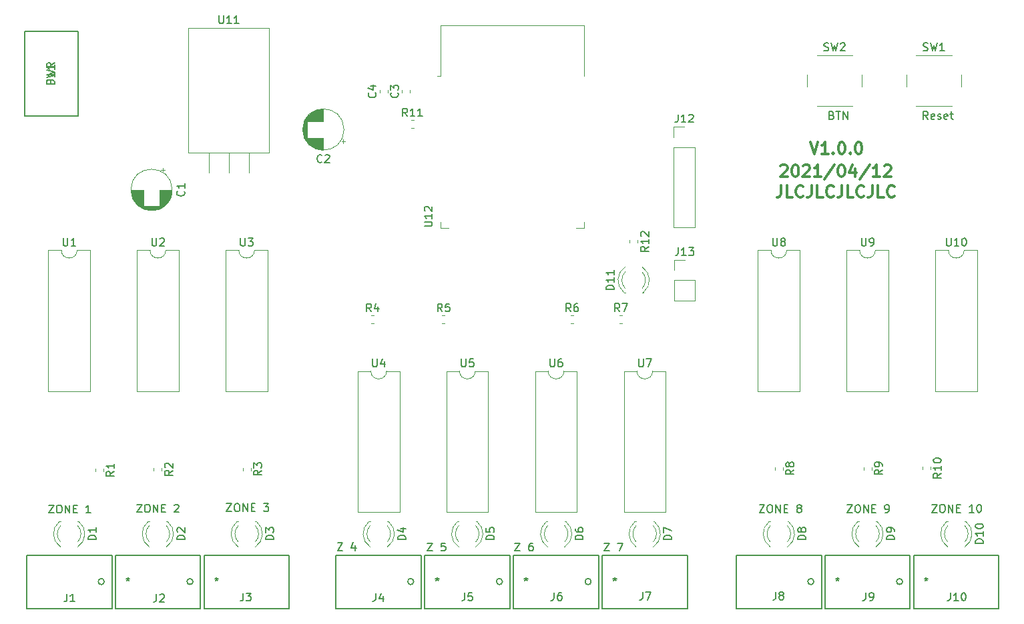
<source format=gbr>
G04 #@! TF.GenerationSoftware,KiCad,Pcbnew,5.1.5+dfsg1-2build2*
G04 #@! TF.CreationDate,2021-04-12T07:14:12+01:00*
G04 #@! TF.ProjectId,alarm_sensors,616c6172-6d5f-4736-956e-736f72732e6b,rev?*
G04 #@! TF.SameCoordinates,Original*
G04 #@! TF.FileFunction,Legend,Top*
G04 #@! TF.FilePolarity,Positive*
%FSLAX46Y46*%
G04 Gerber Fmt 4.6, Leading zero omitted, Abs format (unit mm)*
G04 Created by KiCad (PCBNEW 5.1.5+dfsg1-2build2) date 2021-04-12 07:14:12*
%MOMM*%
%LPD*%
G04 APERTURE LIST*
%ADD10C,0.300000*%
%ADD11C,0.152400*%
%ADD12C,0.120000*%
%ADD13C,0.150000*%
G04 APERTURE END LIST*
D10*
X176614528Y-80457571D02*
X176614528Y-81529000D01*
X176543100Y-81743285D01*
X176400242Y-81886142D01*
X176185957Y-81957571D01*
X176043100Y-81957571D01*
X178043100Y-81957571D02*
X177328814Y-81957571D01*
X177328814Y-80457571D01*
X179400242Y-81814714D02*
X179328814Y-81886142D01*
X179114528Y-81957571D01*
X178971671Y-81957571D01*
X178757385Y-81886142D01*
X178614528Y-81743285D01*
X178543100Y-81600428D01*
X178471671Y-81314714D01*
X178471671Y-81100428D01*
X178543100Y-80814714D01*
X178614528Y-80671857D01*
X178757385Y-80529000D01*
X178971671Y-80457571D01*
X179114528Y-80457571D01*
X179328814Y-80529000D01*
X179400242Y-80600428D01*
X180471671Y-80457571D02*
X180471671Y-81529000D01*
X180400242Y-81743285D01*
X180257385Y-81886142D01*
X180043100Y-81957571D01*
X179900242Y-81957571D01*
X181900242Y-81957571D02*
X181185957Y-81957571D01*
X181185957Y-80457571D01*
X183257385Y-81814714D02*
X183185957Y-81886142D01*
X182971671Y-81957571D01*
X182828814Y-81957571D01*
X182614528Y-81886142D01*
X182471671Y-81743285D01*
X182400242Y-81600428D01*
X182328814Y-81314714D01*
X182328814Y-81100428D01*
X182400242Y-80814714D01*
X182471671Y-80671857D01*
X182614528Y-80529000D01*
X182828814Y-80457571D01*
X182971671Y-80457571D01*
X183185957Y-80529000D01*
X183257385Y-80600428D01*
X184328814Y-80457571D02*
X184328814Y-81529000D01*
X184257385Y-81743285D01*
X184114528Y-81886142D01*
X183900242Y-81957571D01*
X183757385Y-81957571D01*
X185757385Y-81957571D02*
X185043100Y-81957571D01*
X185043100Y-80457571D01*
X187114528Y-81814714D02*
X187043100Y-81886142D01*
X186828814Y-81957571D01*
X186685957Y-81957571D01*
X186471671Y-81886142D01*
X186328814Y-81743285D01*
X186257385Y-81600428D01*
X186185957Y-81314714D01*
X186185957Y-81100428D01*
X186257385Y-80814714D01*
X186328814Y-80671857D01*
X186471671Y-80529000D01*
X186685957Y-80457571D01*
X186828814Y-80457571D01*
X187043100Y-80529000D01*
X187114528Y-80600428D01*
X188185957Y-80457571D02*
X188185957Y-81529000D01*
X188114528Y-81743285D01*
X187971671Y-81886142D01*
X187757385Y-81957571D01*
X187614528Y-81957571D01*
X189614528Y-81957571D02*
X188900242Y-81957571D01*
X188900242Y-80457571D01*
X190971671Y-81814714D02*
X190900242Y-81886142D01*
X190685957Y-81957571D01*
X190543100Y-81957571D01*
X190328814Y-81886142D01*
X190185957Y-81743285D01*
X190114528Y-81600428D01*
X190043100Y-81314714D01*
X190043100Y-81100428D01*
X190114528Y-80814714D01*
X190185957Y-80671857D01*
X190328814Y-80529000D01*
X190543100Y-80457571D01*
X190685957Y-80457571D01*
X190900242Y-80529000D01*
X190971671Y-80600428D01*
X176543100Y-77984228D02*
X176614528Y-77912800D01*
X176757385Y-77841371D01*
X177114528Y-77841371D01*
X177257385Y-77912800D01*
X177328814Y-77984228D01*
X177400242Y-78127085D01*
X177400242Y-78269942D01*
X177328814Y-78484228D01*
X176471671Y-79341371D01*
X177400242Y-79341371D01*
X178328814Y-77841371D02*
X178471671Y-77841371D01*
X178614528Y-77912800D01*
X178685957Y-77984228D01*
X178757385Y-78127085D01*
X178828814Y-78412800D01*
X178828814Y-78769942D01*
X178757385Y-79055657D01*
X178685957Y-79198514D01*
X178614528Y-79269942D01*
X178471671Y-79341371D01*
X178328814Y-79341371D01*
X178185957Y-79269942D01*
X178114528Y-79198514D01*
X178043100Y-79055657D01*
X177971671Y-78769942D01*
X177971671Y-78412800D01*
X178043100Y-78127085D01*
X178114528Y-77984228D01*
X178185957Y-77912800D01*
X178328814Y-77841371D01*
X179400242Y-77984228D02*
X179471671Y-77912800D01*
X179614528Y-77841371D01*
X179971671Y-77841371D01*
X180114528Y-77912800D01*
X180185957Y-77984228D01*
X180257385Y-78127085D01*
X180257385Y-78269942D01*
X180185957Y-78484228D01*
X179328814Y-79341371D01*
X180257385Y-79341371D01*
X181685957Y-79341371D02*
X180828814Y-79341371D01*
X181257385Y-79341371D02*
X181257385Y-77841371D01*
X181114528Y-78055657D01*
X180971671Y-78198514D01*
X180828814Y-78269942D01*
X183400242Y-77769942D02*
X182114528Y-79698514D01*
X184185957Y-77841371D02*
X184328814Y-77841371D01*
X184471671Y-77912800D01*
X184543100Y-77984228D01*
X184614528Y-78127085D01*
X184685957Y-78412800D01*
X184685957Y-78769942D01*
X184614528Y-79055657D01*
X184543100Y-79198514D01*
X184471671Y-79269942D01*
X184328814Y-79341371D01*
X184185957Y-79341371D01*
X184043100Y-79269942D01*
X183971671Y-79198514D01*
X183900242Y-79055657D01*
X183828814Y-78769942D01*
X183828814Y-78412800D01*
X183900242Y-78127085D01*
X183971671Y-77984228D01*
X184043100Y-77912800D01*
X184185957Y-77841371D01*
X185971671Y-78341371D02*
X185971671Y-79341371D01*
X185614528Y-77769942D02*
X185257385Y-78841371D01*
X186185957Y-78841371D01*
X187828814Y-77769942D02*
X186543100Y-79698514D01*
X189114528Y-79341371D02*
X188257385Y-79341371D01*
X188685957Y-79341371D02*
X188685957Y-77841371D01*
X188543100Y-78055657D01*
X188400242Y-78198514D01*
X188257385Y-78269942D01*
X189685957Y-77984228D02*
X189757385Y-77912800D01*
X189900242Y-77841371D01*
X190257385Y-77841371D01*
X190400242Y-77912800D01*
X190471671Y-77984228D01*
X190543100Y-78127085D01*
X190543100Y-78269942D01*
X190471671Y-78484228D01*
X189614528Y-79341371D01*
X190543100Y-79341371D01*
X180287557Y-74958471D02*
X180787557Y-76458471D01*
X181287557Y-74958471D01*
X182573271Y-76458471D02*
X181716128Y-76458471D01*
X182144700Y-76458471D02*
X182144700Y-74958471D01*
X182001842Y-75172757D01*
X181858985Y-75315614D01*
X181716128Y-75387042D01*
X183216128Y-76315614D02*
X183287557Y-76387042D01*
X183216128Y-76458471D01*
X183144700Y-76387042D01*
X183216128Y-76315614D01*
X183216128Y-76458471D01*
X184216128Y-74958471D02*
X184358985Y-74958471D01*
X184501842Y-75029900D01*
X184573271Y-75101328D01*
X184644700Y-75244185D01*
X184716128Y-75529900D01*
X184716128Y-75887042D01*
X184644700Y-76172757D01*
X184573271Y-76315614D01*
X184501842Y-76387042D01*
X184358985Y-76458471D01*
X184216128Y-76458471D01*
X184073271Y-76387042D01*
X184001842Y-76315614D01*
X183930414Y-76172757D01*
X183858985Y-75887042D01*
X183858985Y-75529900D01*
X183930414Y-75244185D01*
X184001842Y-75101328D01*
X184073271Y-75029900D01*
X184216128Y-74958471D01*
X185358985Y-76315614D02*
X185430414Y-76387042D01*
X185358985Y-76458471D01*
X185287557Y-76387042D01*
X185358985Y-76315614D01*
X185358985Y-76458471D01*
X186358985Y-74958471D02*
X186501842Y-74958471D01*
X186644700Y-75029900D01*
X186716128Y-75101328D01*
X186787557Y-75244185D01*
X186858985Y-75529900D01*
X186858985Y-75887042D01*
X186787557Y-76172757D01*
X186716128Y-76315614D01*
X186644700Y-76387042D01*
X186501842Y-76458471D01*
X186358985Y-76458471D01*
X186216128Y-76387042D01*
X186144700Y-76315614D01*
X186073271Y-76172757D01*
X186001842Y-75887042D01*
X186001842Y-75529900D01*
X186073271Y-75244185D01*
X186144700Y-75101328D01*
X186216128Y-75029900D01*
X186358985Y-74958471D01*
D11*
X170899800Y-134179399D02*
X181720200Y-134179399D01*
X181720200Y-134179399D02*
X181720200Y-127422999D01*
X181720200Y-127422999D02*
X170899800Y-127422999D01*
X170899800Y-127422999D02*
X170899800Y-134179399D01*
X87455299Y-71665100D02*
X87455299Y-60844700D01*
X87455299Y-60844700D02*
X80698899Y-60844700D01*
X80698899Y-60844700D02*
X80698899Y-71665100D01*
X80698899Y-71665100D02*
X87455299Y-71665100D01*
X120149800Y-127422999D02*
X120149800Y-134179399D01*
X130970200Y-127422999D02*
X120149800Y-127422999D01*
X130970200Y-134179399D02*
X130970200Y-127422999D01*
X120149800Y-134179399D02*
X130970200Y-134179399D01*
X80899800Y-134179399D02*
X91720200Y-134179399D01*
X91720200Y-134179399D02*
X91720200Y-127422999D01*
X91720200Y-127422999D02*
X80899800Y-127422999D01*
X80899800Y-127422999D02*
X80899800Y-134179399D01*
D12*
X129672021Y-73153000D02*
X129997579Y-73153000D01*
X129672021Y-72133000D02*
X129997579Y-72133000D01*
X186876800Y-67896000D02*
X186876800Y-66396000D01*
X185626800Y-63896000D02*
X181126800Y-63896000D01*
X179876800Y-66396000D02*
X179876800Y-67896000D01*
X181126800Y-70396000D02*
X185626800Y-70396000D01*
X157391800Y-87402721D02*
X157391800Y-87728279D01*
X158411800Y-87402721D02*
X158411800Y-87728279D01*
X194501200Y-116193621D02*
X194501200Y-116519179D01*
X195521200Y-116193621D02*
X195521200Y-116519179D01*
X187059000Y-116219021D02*
X187059000Y-116544579D01*
X188079000Y-116219021D02*
X188079000Y-116544579D01*
X175819500Y-116231721D02*
X175819500Y-116557279D01*
X176839500Y-116231721D02*
X176839500Y-116557279D01*
X156113421Y-97943400D02*
X156438979Y-97943400D01*
X156113421Y-96923400D02*
X156438979Y-96923400D01*
X149941221Y-97943400D02*
X150266779Y-97943400D01*
X149941221Y-96923400D02*
X150266779Y-96923400D01*
X133621721Y-97956100D02*
X133947279Y-97956100D01*
X133621721Y-96936100D02*
X133947279Y-96936100D01*
X124617421Y-97956100D02*
X124942979Y-97956100D01*
X124617421Y-96936100D02*
X124942979Y-96936100D01*
X108331700Y-116307821D02*
X108331700Y-116633379D01*
X109351700Y-116307821D02*
X109351700Y-116633379D01*
X97041400Y-116320621D02*
X97041400Y-116646179D01*
X98061400Y-116320621D02*
X98061400Y-116646179D01*
X89611900Y-116422121D02*
X89611900Y-116747679D01*
X90631900Y-116422121D02*
X90631900Y-116747679D01*
X158981800Y-94027700D02*
X159137800Y-94027700D01*
X156665800Y-94027700D02*
X156821800Y-94027700D01*
X158981637Y-91426570D02*
G75*
G02X158981800Y-93508661I-1079837J-1041130D01*
G01*
X156821963Y-91426570D02*
G75*
G03X156821800Y-93508661I1079837J-1041130D01*
G01*
X158980408Y-90795365D02*
G75*
G02X159137316Y-94027700I-1078608J-1672335D01*
G01*
X156823192Y-90795365D02*
G75*
G03X156666284Y-94027700I1078608J-1672335D01*
G01*
X197741200Y-123127600D02*
X197585200Y-123127600D01*
X200057200Y-123127600D02*
X199901200Y-123127600D01*
X197741363Y-125728730D02*
G75*
G02X197741200Y-123646639I1079837J1041130D01*
G01*
X199901037Y-125728730D02*
G75*
G03X199901200Y-123646639I-1079837J1041130D01*
G01*
X197742592Y-126359935D02*
G75*
G02X197585684Y-123127600I1078608J1672335D01*
G01*
X199899808Y-126359935D02*
G75*
G03X200056716Y-123127600I-1078608J1672335D01*
G01*
X186476300Y-123127600D02*
X186320300Y-123127600D01*
X188792300Y-123127600D02*
X188636300Y-123127600D01*
X186476463Y-125728730D02*
G75*
G02X186476300Y-123646639I1079837J1041130D01*
G01*
X188636137Y-125728730D02*
G75*
G03X188636300Y-123646639I-1079837J1041130D01*
G01*
X186477692Y-126359935D02*
G75*
G02X186320784Y-123127600I1078608J1672335D01*
G01*
X188634908Y-126359935D02*
G75*
G03X188791816Y-123127600I-1078608J1672335D01*
G01*
X175236800Y-123127600D02*
X175080800Y-123127600D01*
X177552800Y-123127600D02*
X177396800Y-123127600D01*
X175236963Y-125728730D02*
G75*
G02X175236800Y-123646639I1079837J1041130D01*
G01*
X177396637Y-125728730D02*
G75*
G03X177396800Y-123646639I-1079837J1041130D01*
G01*
X175238192Y-126359935D02*
G75*
G02X175081284Y-123127600I1078608J1672335D01*
G01*
X177395408Y-126359935D02*
G75*
G03X177552316Y-123127600I-1078608J1672335D01*
G01*
X158218800Y-123127600D02*
X158062800Y-123127600D01*
X160534800Y-123127600D02*
X160378800Y-123127600D01*
X158218963Y-125728730D02*
G75*
G02X158218800Y-123646639I1079837J1041130D01*
G01*
X160378637Y-125728730D02*
G75*
G03X160378800Y-123646639I-1079837J1041130D01*
G01*
X158220192Y-126359935D02*
G75*
G02X158063284Y-123127600I1078608J1672335D01*
G01*
X160377408Y-126359935D02*
G75*
G03X160534316Y-123127600I-1078608J1672335D01*
G01*
X146992000Y-123127600D02*
X146836000Y-123127600D01*
X149308000Y-123127600D02*
X149152000Y-123127600D01*
X146992163Y-125728730D02*
G75*
G02X146992000Y-123646639I1079837J1041130D01*
G01*
X149151837Y-125728730D02*
G75*
G03X149152000Y-123646639I-1079837J1041130D01*
G01*
X146993392Y-126359935D02*
G75*
G02X146836484Y-123127600I1078608J1672335D01*
G01*
X149150608Y-126359935D02*
G75*
G03X149307516Y-123127600I-1078608J1672335D01*
G01*
X135714400Y-123127600D02*
X135558400Y-123127600D01*
X138030400Y-123127600D02*
X137874400Y-123127600D01*
X135714563Y-125728730D02*
G75*
G02X135714400Y-123646639I1079837J1041130D01*
G01*
X137874237Y-125728730D02*
G75*
G03X137874400Y-123646639I-1079837J1041130D01*
G01*
X135715792Y-126359935D02*
G75*
G02X135558884Y-123127600I1078608J1672335D01*
G01*
X137873008Y-126359935D02*
G75*
G03X138029916Y-123127600I-1078608J1672335D01*
G01*
X124487600Y-123127600D02*
X124331600Y-123127600D01*
X126803600Y-123127600D02*
X126647600Y-123127600D01*
X124487763Y-125728730D02*
G75*
G02X124487600Y-123646639I1079837J1041130D01*
G01*
X126647437Y-125728730D02*
G75*
G03X126647600Y-123646639I-1079837J1041130D01*
G01*
X124488992Y-126359935D02*
G75*
G02X124332084Y-123127600I1078608J1672335D01*
G01*
X126646208Y-126359935D02*
G75*
G03X126803116Y-123127600I-1078608J1672335D01*
G01*
X107749000Y-123127600D02*
X107593000Y-123127600D01*
X110065000Y-123127600D02*
X109909000Y-123127600D01*
X107749163Y-125728730D02*
G75*
G02X107749000Y-123646639I1079837J1041130D01*
G01*
X109908837Y-125728730D02*
G75*
G03X109909000Y-123646639I-1079837J1041130D01*
G01*
X107750392Y-126359935D02*
G75*
G02X107593484Y-123127600I1078608J1672335D01*
G01*
X109907608Y-126359935D02*
G75*
G03X110064516Y-123127600I-1078608J1672335D01*
G01*
X96471400Y-123127600D02*
X96315400Y-123127600D01*
X98787400Y-123127600D02*
X98631400Y-123127600D01*
X96471563Y-125728730D02*
G75*
G02X96471400Y-123646639I1079837J1041130D01*
G01*
X98631237Y-125728730D02*
G75*
G03X98631400Y-123646639I-1079837J1041130D01*
G01*
X96472792Y-126359935D02*
G75*
G02X96315884Y-123127600I1078608J1672335D01*
G01*
X98630008Y-126359935D02*
G75*
G03X98786916Y-123127600I-1078608J1672335D01*
G01*
X85219200Y-123127600D02*
X85063200Y-123127600D01*
X87535200Y-123127600D02*
X87379200Y-123127600D01*
X85219363Y-125728730D02*
G75*
G02X85219200Y-123646639I1079837J1041130D01*
G01*
X87379037Y-125728730D02*
G75*
G03X87379200Y-123646639I-1079837J1041130D01*
G01*
X85220592Y-126359935D02*
G75*
G02X85063684Y-123127600I1078608J1672335D01*
G01*
X87377808Y-126359935D02*
G75*
G03X87534716Y-123127600I-1078608J1672335D01*
G01*
X199475200Y-67896000D02*
X199475200Y-66396000D01*
X198225200Y-63896000D02*
X193725200Y-63896000D01*
X192475200Y-66396000D02*
X192475200Y-67896000D01*
X193725200Y-70396000D02*
X198225200Y-70396000D01*
X163036100Y-89880400D02*
X164366100Y-89880400D01*
X163036100Y-91210400D02*
X163036100Y-89880400D01*
X163036100Y-92480400D02*
X165696100Y-92480400D01*
X165696100Y-92480400D02*
X165696100Y-95080400D01*
X163036100Y-92480400D02*
X163036100Y-95080400D01*
X163036100Y-95080400D02*
X165696100Y-95080400D01*
X162998000Y-72964000D02*
X164328000Y-72964000D01*
X162998000Y-74294000D02*
X162998000Y-72964000D01*
X162998000Y-75564000D02*
X165658000Y-75564000D01*
X165658000Y-75564000D02*
X165658000Y-85784000D01*
X162998000Y-75564000D02*
X162998000Y-85784000D01*
X162998000Y-85784000D02*
X165658000Y-85784000D01*
X126712600Y-68665579D02*
X126712600Y-68340021D01*
X125692600Y-68665579D02*
X125692600Y-68340021D01*
X129557400Y-68665579D02*
X129557400Y-68340021D01*
X128537400Y-68665579D02*
X128537400Y-68340021D01*
X100210000Y-88670000D02*
X98560000Y-88670000D01*
X100210000Y-106570000D02*
X100210000Y-88670000D01*
X94910000Y-106570000D02*
X100210000Y-106570000D01*
X94910000Y-88670000D02*
X94910000Y-106570000D01*
X96560000Y-88670000D02*
X94910000Y-88670000D01*
X98560000Y-88670000D02*
G75*
G02X96560000Y-88670000I-1000000J0D01*
G01*
X161960000Y-104015000D02*
X160310000Y-104015000D01*
X161960000Y-121915000D02*
X161960000Y-104015000D01*
X156660000Y-121915000D02*
X161960000Y-121915000D01*
X156660000Y-104015000D02*
X156660000Y-121915000D01*
X158310000Y-104015000D02*
X156660000Y-104015000D01*
X160310000Y-104015000D02*
G75*
G02X158310000Y-104015000I-1000000J0D01*
G01*
X201460000Y-88670000D02*
X199810000Y-88670000D01*
X201460000Y-106570000D02*
X201460000Y-88670000D01*
X196160000Y-106570000D02*
X201460000Y-106570000D01*
X196160000Y-88670000D02*
X196160000Y-106570000D01*
X197810000Y-88670000D02*
X196160000Y-88670000D01*
X199810000Y-88670000D02*
G75*
G02X197810000Y-88670000I-1000000J0D01*
G01*
X190210000Y-88670000D02*
X188560000Y-88670000D01*
X190210000Y-106570000D02*
X190210000Y-88670000D01*
X184910000Y-106570000D02*
X190210000Y-106570000D01*
X184910000Y-88670000D02*
X184910000Y-106570000D01*
X186560000Y-88670000D02*
X184910000Y-88670000D01*
X188560000Y-88670000D02*
G75*
G02X186560000Y-88670000I-1000000J0D01*
G01*
X139460000Y-104015000D02*
X137810000Y-104015000D01*
X139460000Y-121915000D02*
X139460000Y-104015000D01*
X134160000Y-121915000D02*
X139460000Y-121915000D01*
X134160000Y-104015000D02*
X134160000Y-121915000D01*
X135810000Y-104015000D02*
X134160000Y-104015000D01*
X137810000Y-104015000D02*
G75*
G02X135810000Y-104015000I-1000000J0D01*
G01*
X178960000Y-88670000D02*
X177310000Y-88670000D01*
X178960000Y-106570000D02*
X178960000Y-88670000D01*
X173660000Y-106570000D02*
X178960000Y-106570000D01*
X173660000Y-88670000D02*
X173660000Y-106570000D01*
X175310000Y-88670000D02*
X173660000Y-88670000D01*
X177310000Y-88670000D02*
G75*
G02X175310000Y-88670000I-1000000J0D01*
G01*
X111460000Y-88670000D02*
X109810000Y-88670000D01*
X111460000Y-106570000D02*
X111460000Y-88670000D01*
X106160000Y-106570000D02*
X111460000Y-106570000D01*
X106160000Y-88670000D02*
X106160000Y-106570000D01*
X107810000Y-88670000D02*
X106160000Y-88670000D01*
X109810000Y-88670000D02*
G75*
G02X107810000Y-88670000I-1000000J0D01*
G01*
X128210000Y-104015000D02*
X126560000Y-104015000D01*
X128210000Y-121915000D02*
X128210000Y-104015000D01*
X122910000Y-121915000D02*
X128210000Y-121915000D01*
X122910000Y-104015000D02*
X122910000Y-121915000D01*
X124560000Y-104015000D02*
X122910000Y-104015000D01*
X126560000Y-104015000D02*
G75*
G02X124560000Y-104015000I-1000000J0D01*
G01*
X150710000Y-104015000D02*
X149060000Y-104015000D01*
X150710000Y-121915000D02*
X150710000Y-104015000D01*
X145410000Y-121915000D02*
X150710000Y-121915000D01*
X145410000Y-104015000D02*
X145410000Y-121915000D01*
X147060000Y-104015000D02*
X145410000Y-104015000D01*
X149060000Y-104015000D02*
G75*
G02X147060000Y-104015000I-1000000J0D01*
G01*
D11*
X92149800Y-134179399D02*
X102970200Y-134179399D01*
X102970200Y-134179399D02*
X102970200Y-127422999D01*
X102970200Y-127422999D02*
X92149800Y-127422999D01*
X92149800Y-127422999D02*
X92149800Y-134179399D01*
X90752800Y-130750000D02*
G75*
G03X90752800Y-130750000I-381000J0D01*
G01*
X152502800Y-130750000D02*
G75*
G03X152502800Y-130750000I-381000J0D01*
G01*
X153899800Y-127422999D02*
X153899800Y-134179399D01*
X164720200Y-127422999D02*
X153899800Y-127422999D01*
X164720200Y-134179399D02*
X164720200Y-127422999D01*
X153899800Y-134179399D02*
X164720200Y-134179399D01*
X193399800Y-134179399D02*
X204220200Y-134179399D01*
X204220200Y-134179399D02*
X204220200Y-127422999D01*
X204220200Y-127422999D02*
X193399800Y-127422999D01*
X193399800Y-127422999D02*
X193399800Y-134179399D01*
X192002800Y-130750000D02*
G75*
G03X192002800Y-130750000I-381000J0D01*
G01*
X182149800Y-134179399D02*
X192970200Y-134179399D01*
X192970200Y-134179399D02*
X192970200Y-127422999D01*
X192970200Y-127422999D02*
X182149800Y-127422999D01*
X182149800Y-127422999D02*
X182149800Y-134179399D01*
X180752800Y-130750000D02*
G75*
G03X180752800Y-130750000I-381000J0D01*
G01*
X130002800Y-130750000D02*
G75*
G03X130002800Y-130750000I-381000J0D01*
G01*
X131399800Y-127422999D02*
X131399800Y-134179399D01*
X142220200Y-127422999D02*
X131399800Y-127422999D01*
X142220200Y-134179399D02*
X142220200Y-127422999D01*
X131399800Y-134179399D02*
X142220200Y-134179399D01*
X103399800Y-134179399D02*
X114220200Y-134179399D01*
X114220200Y-134179399D02*
X114220200Y-127422999D01*
X114220200Y-127422999D02*
X103399800Y-127422999D01*
X103399800Y-127422999D02*
X103399800Y-134179399D01*
X102002800Y-130750000D02*
G75*
G03X102002800Y-130750000I-381000J0D01*
G01*
X141252800Y-130750000D02*
G75*
G03X141252800Y-130750000I-381000J0D01*
G01*
X142649800Y-127422999D02*
X142649800Y-134179399D01*
X153470200Y-127422999D02*
X142649800Y-127422999D01*
X153470200Y-134179399D02*
X153470200Y-127422999D01*
X142649800Y-134179399D02*
X153470200Y-134179399D01*
D12*
X88960000Y-88670000D02*
X87310000Y-88670000D01*
X88960000Y-106570000D02*
X88960000Y-88670000D01*
X83660000Y-106570000D02*
X88960000Y-106570000D01*
X83660000Y-88670000D02*
X83660000Y-106570000D01*
X85310000Y-88670000D02*
X83660000Y-88670000D01*
X87310000Y-88670000D02*
G75*
G02X85310000Y-88670000I-1000000J0D01*
G01*
X109080000Y-76310000D02*
X109080000Y-78850000D01*
X106540000Y-76310000D02*
X106540000Y-78850000D01*
X104000000Y-76310000D02*
X104000000Y-78850000D01*
X111660000Y-60420000D02*
X111660000Y-76310000D01*
X101420000Y-60420000D02*
X101420000Y-76310000D01*
X101420000Y-60420000D02*
X111660000Y-60420000D01*
X101420000Y-76310000D02*
X111660000Y-76310000D01*
X121155100Y-73341500D02*
G75*
G03X121155100Y-73341500I-2620000J0D01*
G01*
X118535100Y-72301500D02*
X118535100Y-70761500D01*
X118535100Y-75921500D02*
X118535100Y-74381500D01*
X118495100Y-72301500D02*
X118495100Y-70761500D01*
X118495100Y-75921500D02*
X118495100Y-74381500D01*
X118455100Y-75920500D02*
X118455100Y-74381500D01*
X118455100Y-72301500D02*
X118455100Y-70762500D01*
X118415100Y-75919500D02*
X118415100Y-74381500D01*
X118415100Y-72301500D02*
X118415100Y-70763500D01*
X118375100Y-75917500D02*
X118375100Y-74381500D01*
X118375100Y-72301500D02*
X118375100Y-70765500D01*
X118335100Y-75914500D02*
X118335100Y-74381500D01*
X118335100Y-72301500D02*
X118335100Y-70768500D01*
X118295100Y-75910500D02*
X118295100Y-74381500D01*
X118295100Y-72301500D02*
X118295100Y-70772500D01*
X118255100Y-75906500D02*
X118255100Y-74381500D01*
X118255100Y-72301500D02*
X118255100Y-70776500D01*
X118215100Y-75902500D02*
X118215100Y-74381500D01*
X118215100Y-72301500D02*
X118215100Y-70780500D01*
X118175100Y-75897500D02*
X118175100Y-74381500D01*
X118175100Y-72301500D02*
X118175100Y-70785500D01*
X118135100Y-75891500D02*
X118135100Y-74381500D01*
X118135100Y-72301500D02*
X118135100Y-70791500D01*
X118095100Y-75884500D02*
X118095100Y-74381500D01*
X118095100Y-72301500D02*
X118095100Y-70798500D01*
X118055100Y-75877500D02*
X118055100Y-74381500D01*
X118055100Y-72301500D02*
X118055100Y-70805500D01*
X118015100Y-75869500D02*
X118015100Y-74381500D01*
X118015100Y-72301500D02*
X118015100Y-70813500D01*
X117975100Y-75861500D02*
X117975100Y-74381500D01*
X117975100Y-72301500D02*
X117975100Y-70821500D01*
X117935100Y-75852500D02*
X117935100Y-74381500D01*
X117935100Y-72301500D02*
X117935100Y-70830500D01*
X117895100Y-75842500D02*
X117895100Y-74381500D01*
X117895100Y-72301500D02*
X117895100Y-70840500D01*
X117855100Y-75832500D02*
X117855100Y-74381500D01*
X117855100Y-72301500D02*
X117855100Y-70850500D01*
X117814100Y-75821500D02*
X117814100Y-74381500D01*
X117814100Y-72301500D02*
X117814100Y-70861500D01*
X117774100Y-75809500D02*
X117774100Y-74381500D01*
X117774100Y-72301500D02*
X117774100Y-70873500D01*
X117734100Y-75796500D02*
X117734100Y-74381500D01*
X117734100Y-72301500D02*
X117734100Y-70886500D01*
X117694100Y-75783500D02*
X117694100Y-74381500D01*
X117694100Y-72301500D02*
X117694100Y-70899500D01*
X117654100Y-75769500D02*
X117654100Y-74381500D01*
X117654100Y-72301500D02*
X117654100Y-70913500D01*
X117614100Y-75755500D02*
X117614100Y-74381500D01*
X117614100Y-72301500D02*
X117614100Y-70927500D01*
X117574100Y-75739500D02*
X117574100Y-74381500D01*
X117574100Y-72301500D02*
X117574100Y-70943500D01*
X117534100Y-75723500D02*
X117534100Y-74381500D01*
X117534100Y-72301500D02*
X117534100Y-70959500D01*
X117494100Y-75706500D02*
X117494100Y-74381500D01*
X117494100Y-72301500D02*
X117494100Y-70976500D01*
X117454100Y-75689500D02*
X117454100Y-74381500D01*
X117454100Y-72301500D02*
X117454100Y-70993500D01*
X117414100Y-75670500D02*
X117414100Y-74381500D01*
X117414100Y-72301500D02*
X117414100Y-71012500D01*
X117374100Y-75651500D02*
X117374100Y-74381500D01*
X117374100Y-72301500D02*
X117374100Y-71031500D01*
X117334100Y-75631500D02*
X117334100Y-74381500D01*
X117334100Y-72301500D02*
X117334100Y-71051500D01*
X117294100Y-75609500D02*
X117294100Y-74381500D01*
X117294100Y-72301500D02*
X117294100Y-71073500D01*
X117254100Y-75588500D02*
X117254100Y-74381500D01*
X117254100Y-72301500D02*
X117254100Y-71094500D01*
X117214100Y-75565500D02*
X117214100Y-74381500D01*
X117214100Y-72301500D02*
X117214100Y-71117500D01*
X117174100Y-75541500D02*
X117174100Y-74381500D01*
X117174100Y-72301500D02*
X117174100Y-71141500D01*
X117134100Y-75516500D02*
X117134100Y-74381500D01*
X117134100Y-72301500D02*
X117134100Y-71166500D01*
X117094100Y-75490500D02*
X117094100Y-74381500D01*
X117094100Y-72301500D02*
X117094100Y-71192500D01*
X117054100Y-75463500D02*
X117054100Y-74381500D01*
X117054100Y-72301500D02*
X117054100Y-71219500D01*
X117014100Y-75436500D02*
X117014100Y-74381500D01*
X117014100Y-72301500D02*
X117014100Y-71246500D01*
X116974100Y-75406500D02*
X116974100Y-74381500D01*
X116974100Y-72301500D02*
X116974100Y-71276500D01*
X116934100Y-75376500D02*
X116934100Y-74381500D01*
X116934100Y-72301500D02*
X116934100Y-71306500D01*
X116894100Y-75345500D02*
X116894100Y-74381500D01*
X116894100Y-72301500D02*
X116894100Y-71337500D01*
X116854100Y-75312500D02*
X116854100Y-74381500D01*
X116854100Y-72301500D02*
X116854100Y-71370500D01*
X116814100Y-75278500D02*
X116814100Y-74381500D01*
X116814100Y-72301500D02*
X116814100Y-71404500D01*
X116774100Y-75242500D02*
X116774100Y-74381500D01*
X116774100Y-72301500D02*
X116774100Y-71440500D01*
X116734100Y-75205500D02*
X116734100Y-74381500D01*
X116734100Y-72301500D02*
X116734100Y-71477500D01*
X116694100Y-75167500D02*
X116694100Y-74381500D01*
X116694100Y-72301500D02*
X116694100Y-71515500D01*
X116654100Y-75126500D02*
X116654100Y-74381500D01*
X116654100Y-72301500D02*
X116654100Y-71556500D01*
X116614100Y-75084500D02*
X116614100Y-74381500D01*
X116614100Y-72301500D02*
X116614100Y-71598500D01*
X116574100Y-75040500D02*
X116574100Y-74381500D01*
X116574100Y-72301500D02*
X116574100Y-71642500D01*
X116534100Y-74994500D02*
X116534100Y-74381500D01*
X116534100Y-72301500D02*
X116534100Y-71688500D01*
X116494100Y-74946500D02*
X116494100Y-71736500D01*
X116454100Y-74895500D02*
X116454100Y-71787500D01*
X116414100Y-74841500D02*
X116414100Y-71841500D01*
X116374100Y-74784500D02*
X116374100Y-71898500D01*
X116334100Y-74724500D02*
X116334100Y-71958500D01*
X116294100Y-74660500D02*
X116294100Y-72022500D01*
X116254100Y-74592500D02*
X116254100Y-72090500D01*
X116214100Y-74519500D02*
X116214100Y-72163500D01*
X116174100Y-74439500D02*
X116174100Y-72243500D01*
X116134100Y-74352500D02*
X116134100Y-72330500D01*
X116094100Y-74256500D02*
X116094100Y-72426500D01*
X116054100Y-74146500D02*
X116054100Y-72536500D01*
X116014100Y-74018500D02*
X116014100Y-72664500D01*
X115974100Y-73859500D02*
X115974100Y-72823500D01*
X115934100Y-73625500D02*
X115934100Y-73057500D01*
X121339875Y-74816500D02*
X120839875Y-74816500D01*
X121089875Y-75066500D02*
X121089875Y-74566500D01*
X99370000Y-81000000D02*
G75*
G03X99370000Y-81000000I-2620000J0D01*
G01*
X95710000Y-81000000D02*
X94170000Y-81000000D01*
X99330000Y-81000000D02*
X97790000Y-81000000D01*
X95710000Y-81040000D02*
X94170000Y-81040000D01*
X99330000Y-81040000D02*
X97790000Y-81040000D01*
X99329000Y-81080000D02*
X97790000Y-81080000D01*
X95710000Y-81080000D02*
X94171000Y-81080000D01*
X99328000Y-81120000D02*
X97790000Y-81120000D01*
X95710000Y-81120000D02*
X94172000Y-81120000D01*
X99326000Y-81160000D02*
X97790000Y-81160000D01*
X95710000Y-81160000D02*
X94174000Y-81160000D01*
X99323000Y-81200000D02*
X97790000Y-81200000D01*
X95710000Y-81200000D02*
X94177000Y-81200000D01*
X99319000Y-81240000D02*
X97790000Y-81240000D01*
X95710000Y-81240000D02*
X94181000Y-81240000D01*
X99315000Y-81280000D02*
X97790000Y-81280000D01*
X95710000Y-81280000D02*
X94185000Y-81280000D01*
X99311000Y-81320000D02*
X97790000Y-81320000D01*
X95710000Y-81320000D02*
X94189000Y-81320000D01*
X99306000Y-81360000D02*
X97790000Y-81360000D01*
X95710000Y-81360000D02*
X94194000Y-81360000D01*
X99300000Y-81400000D02*
X97790000Y-81400000D01*
X95710000Y-81400000D02*
X94200000Y-81400000D01*
X99293000Y-81440000D02*
X97790000Y-81440000D01*
X95710000Y-81440000D02*
X94207000Y-81440000D01*
X99286000Y-81480000D02*
X97790000Y-81480000D01*
X95710000Y-81480000D02*
X94214000Y-81480000D01*
X99278000Y-81520000D02*
X97790000Y-81520000D01*
X95710000Y-81520000D02*
X94222000Y-81520000D01*
X99270000Y-81560000D02*
X97790000Y-81560000D01*
X95710000Y-81560000D02*
X94230000Y-81560000D01*
X99261000Y-81600000D02*
X97790000Y-81600000D01*
X95710000Y-81600000D02*
X94239000Y-81600000D01*
X99251000Y-81640000D02*
X97790000Y-81640000D01*
X95710000Y-81640000D02*
X94249000Y-81640000D01*
X99241000Y-81680000D02*
X97790000Y-81680000D01*
X95710000Y-81680000D02*
X94259000Y-81680000D01*
X99230000Y-81721000D02*
X97790000Y-81721000D01*
X95710000Y-81721000D02*
X94270000Y-81721000D01*
X99218000Y-81761000D02*
X97790000Y-81761000D01*
X95710000Y-81761000D02*
X94282000Y-81761000D01*
X99205000Y-81801000D02*
X97790000Y-81801000D01*
X95710000Y-81801000D02*
X94295000Y-81801000D01*
X99192000Y-81841000D02*
X97790000Y-81841000D01*
X95710000Y-81841000D02*
X94308000Y-81841000D01*
X99178000Y-81881000D02*
X97790000Y-81881000D01*
X95710000Y-81881000D02*
X94322000Y-81881000D01*
X99164000Y-81921000D02*
X97790000Y-81921000D01*
X95710000Y-81921000D02*
X94336000Y-81921000D01*
X99148000Y-81961000D02*
X97790000Y-81961000D01*
X95710000Y-81961000D02*
X94352000Y-81961000D01*
X99132000Y-82001000D02*
X97790000Y-82001000D01*
X95710000Y-82001000D02*
X94368000Y-82001000D01*
X99115000Y-82041000D02*
X97790000Y-82041000D01*
X95710000Y-82041000D02*
X94385000Y-82041000D01*
X99098000Y-82081000D02*
X97790000Y-82081000D01*
X95710000Y-82081000D02*
X94402000Y-82081000D01*
X99079000Y-82121000D02*
X97790000Y-82121000D01*
X95710000Y-82121000D02*
X94421000Y-82121000D01*
X99060000Y-82161000D02*
X97790000Y-82161000D01*
X95710000Y-82161000D02*
X94440000Y-82161000D01*
X99040000Y-82201000D02*
X97790000Y-82201000D01*
X95710000Y-82201000D02*
X94460000Y-82201000D01*
X99018000Y-82241000D02*
X97790000Y-82241000D01*
X95710000Y-82241000D02*
X94482000Y-82241000D01*
X98997000Y-82281000D02*
X97790000Y-82281000D01*
X95710000Y-82281000D02*
X94503000Y-82281000D01*
X98974000Y-82321000D02*
X97790000Y-82321000D01*
X95710000Y-82321000D02*
X94526000Y-82321000D01*
X98950000Y-82361000D02*
X97790000Y-82361000D01*
X95710000Y-82361000D02*
X94550000Y-82361000D01*
X98925000Y-82401000D02*
X97790000Y-82401000D01*
X95710000Y-82401000D02*
X94575000Y-82401000D01*
X98899000Y-82441000D02*
X97790000Y-82441000D01*
X95710000Y-82441000D02*
X94601000Y-82441000D01*
X98872000Y-82481000D02*
X97790000Y-82481000D01*
X95710000Y-82481000D02*
X94628000Y-82481000D01*
X98845000Y-82521000D02*
X97790000Y-82521000D01*
X95710000Y-82521000D02*
X94655000Y-82521000D01*
X98815000Y-82561000D02*
X97790000Y-82561000D01*
X95710000Y-82561000D02*
X94685000Y-82561000D01*
X98785000Y-82601000D02*
X97790000Y-82601000D01*
X95710000Y-82601000D02*
X94715000Y-82601000D01*
X98754000Y-82641000D02*
X97790000Y-82641000D01*
X95710000Y-82641000D02*
X94746000Y-82641000D01*
X98721000Y-82681000D02*
X97790000Y-82681000D01*
X95710000Y-82681000D02*
X94779000Y-82681000D01*
X98687000Y-82721000D02*
X97790000Y-82721000D01*
X95710000Y-82721000D02*
X94813000Y-82721000D01*
X98651000Y-82761000D02*
X97790000Y-82761000D01*
X95710000Y-82761000D02*
X94849000Y-82761000D01*
X98614000Y-82801000D02*
X97790000Y-82801000D01*
X95710000Y-82801000D02*
X94886000Y-82801000D01*
X98576000Y-82841000D02*
X97790000Y-82841000D01*
X95710000Y-82841000D02*
X94924000Y-82841000D01*
X98535000Y-82881000D02*
X97790000Y-82881000D01*
X95710000Y-82881000D02*
X94965000Y-82881000D01*
X98493000Y-82921000D02*
X97790000Y-82921000D01*
X95710000Y-82921000D02*
X95007000Y-82921000D01*
X98449000Y-82961000D02*
X97790000Y-82961000D01*
X95710000Y-82961000D02*
X95051000Y-82961000D01*
X98403000Y-83001000D02*
X97790000Y-83001000D01*
X95710000Y-83001000D02*
X95097000Y-83001000D01*
X98355000Y-83041000D02*
X95145000Y-83041000D01*
X98304000Y-83081000D02*
X95196000Y-83081000D01*
X98250000Y-83121000D02*
X95250000Y-83121000D01*
X98193000Y-83161000D02*
X95307000Y-83161000D01*
X98133000Y-83201000D02*
X95367000Y-83201000D01*
X98069000Y-83241000D02*
X95431000Y-83241000D01*
X98001000Y-83281000D02*
X95499000Y-83281000D01*
X97928000Y-83321000D02*
X95572000Y-83321000D01*
X97848000Y-83361000D02*
X95652000Y-83361000D01*
X97761000Y-83401000D02*
X95739000Y-83401000D01*
X97665000Y-83441000D02*
X95835000Y-83441000D01*
X97555000Y-83481000D02*
X95945000Y-83481000D01*
X97427000Y-83521000D02*
X96073000Y-83521000D01*
X97268000Y-83561000D02*
X96232000Y-83561000D01*
X97034000Y-83601000D02*
X96466000Y-83601000D01*
X98225000Y-78195225D02*
X98225000Y-78695225D01*
X98475000Y-78445225D02*
X97975000Y-78445225D01*
X133389400Y-85070400D02*
X133389400Y-85850400D01*
X133389400Y-85850400D02*
X134389400Y-85850400D01*
X151629400Y-85070400D02*
X151629400Y-85850400D01*
X151629400Y-85850400D02*
X150629400Y-85850400D01*
X133389400Y-60105400D02*
X151629400Y-60105400D01*
X151629400Y-60105400D02*
X151629400Y-66525400D01*
X133389400Y-60105400D02*
X133389400Y-66525400D01*
X133389400Y-66525400D02*
X133009400Y-66525400D01*
D13*
X175919966Y-132064780D02*
X175919966Y-132779066D01*
X175872347Y-132921923D01*
X175777109Y-133017161D01*
X175634252Y-133064780D01*
X175539014Y-133064780D01*
X176539014Y-132493352D02*
X176443776Y-132445733D01*
X176396157Y-132398114D01*
X176348538Y-132302876D01*
X176348538Y-132255257D01*
X176396157Y-132160019D01*
X176443776Y-132112400D01*
X176539014Y-132064780D01*
X176729490Y-132064780D01*
X176824728Y-132112400D01*
X176872347Y-132160019D01*
X176919966Y-132255257D01*
X176919966Y-132302876D01*
X176872347Y-132398114D01*
X176824728Y-132445733D01*
X176729490Y-132493352D01*
X176539014Y-132493352D01*
X176443776Y-132540971D01*
X176396157Y-132588590D01*
X176348538Y-132683828D01*
X176348538Y-132874304D01*
X176396157Y-132969542D01*
X176443776Y-133017161D01*
X176539014Y-133064780D01*
X176729490Y-133064780D01*
X176824728Y-133017161D01*
X176872347Y-132969542D01*
X176919966Y-132874304D01*
X176919966Y-132683828D01*
X176872347Y-132588590D01*
X176824728Y-132540971D01*
X176729490Y-132493352D01*
X173842223Y-121003080D02*
X174508890Y-121003080D01*
X173842223Y-122003080D01*
X174508890Y-122003080D01*
X175080319Y-121003080D02*
X175270795Y-121003080D01*
X175366033Y-121050700D01*
X175461271Y-121145938D01*
X175508890Y-121336414D01*
X175508890Y-121669747D01*
X175461271Y-121860223D01*
X175366033Y-121955461D01*
X175270795Y-122003080D01*
X175080319Y-122003080D01*
X174985080Y-121955461D01*
X174889842Y-121860223D01*
X174842223Y-121669747D01*
X174842223Y-121336414D01*
X174889842Y-121145938D01*
X174985080Y-121050700D01*
X175080319Y-121003080D01*
X175937461Y-122003080D02*
X175937461Y-121003080D01*
X176508890Y-122003080D01*
X176508890Y-121003080D01*
X176985080Y-121479271D02*
X177318414Y-121479271D01*
X177461271Y-122003080D02*
X176985080Y-122003080D01*
X176985080Y-121003080D01*
X177461271Y-121003080D01*
X178794604Y-121431652D02*
X178699366Y-121384033D01*
X178651747Y-121336414D01*
X178604128Y-121241176D01*
X178604128Y-121193557D01*
X178651747Y-121098319D01*
X178699366Y-121050700D01*
X178794604Y-121003080D01*
X178985080Y-121003080D01*
X179080319Y-121050700D01*
X179127938Y-121098319D01*
X179175557Y-121193557D01*
X179175557Y-121241176D01*
X179127938Y-121336414D01*
X179080319Y-121384033D01*
X178985080Y-121431652D01*
X178794604Y-121431652D01*
X178699366Y-121479271D01*
X178651747Y-121526890D01*
X178604128Y-121622128D01*
X178604128Y-121812604D01*
X178651747Y-121907842D01*
X178699366Y-121955461D01*
X178794604Y-122003080D01*
X178985080Y-122003080D01*
X179080319Y-121955461D01*
X179127938Y-121907842D01*
X179175557Y-121812604D01*
X179175557Y-121622128D01*
X179127938Y-121526890D01*
X179080319Y-121479271D01*
X178985080Y-121431652D01*
X83478280Y-67064423D02*
X84192566Y-67064423D01*
X84335423Y-67112042D01*
X84430661Y-67207280D01*
X84478280Y-67350138D01*
X84478280Y-67445376D01*
X84478280Y-66064423D02*
X84478280Y-66635852D01*
X84478280Y-66350138D02*
X83478280Y-66350138D01*
X83621138Y-66445376D01*
X83716376Y-66540614D01*
X83763995Y-66635852D01*
X84478280Y-65112042D02*
X84478280Y-65683471D01*
X84478280Y-65397757D02*
X83478280Y-65397757D01*
X83621138Y-65492995D01*
X83716376Y-65588233D01*
X83763995Y-65683471D01*
X84478280Y-67588233D02*
X83478280Y-67588233D01*
X83478280Y-67207280D01*
X83525900Y-67112042D01*
X83573519Y-67064423D01*
X83668757Y-67016804D01*
X83811614Y-67016804D01*
X83906852Y-67064423D01*
X83954471Y-67112042D01*
X84002090Y-67207280D01*
X84002090Y-67588233D01*
X83478280Y-66683471D02*
X84478280Y-66445376D01*
X83763995Y-66254900D01*
X84478280Y-66064423D01*
X83478280Y-65826328D01*
X84478280Y-64873947D02*
X84002090Y-65207280D01*
X84478280Y-65445376D02*
X83478280Y-65445376D01*
X83478280Y-65064423D01*
X83525900Y-64969185D01*
X83573519Y-64921566D01*
X83668757Y-64873947D01*
X83811614Y-64873947D01*
X83906852Y-64921566D01*
X83954471Y-64969185D01*
X84002090Y-65064423D01*
X84002090Y-65445376D01*
X125183466Y-132267980D02*
X125183466Y-132982266D01*
X125135847Y-133125123D01*
X125040609Y-133220361D01*
X124897752Y-133267980D01*
X124802514Y-133267980D01*
X126088228Y-132601314D02*
X126088228Y-133267980D01*
X125850133Y-132220361D02*
X125612038Y-132934647D01*
X126231085Y-132934647D01*
X120338523Y-125803680D02*
X121005190Y-125803680D01*
X120338523Y-126803680D01*
X121005190Y-126803680D01*
X122576619Y-126137014D02*
X122576619Y-126803680D01*
X122338523Y-125756061D02*
X122100428Y-126470347D01*
X122719476Y-126470347D01*
X86016666Y-132293380D02*
X86016666Y-133007666D01*
X85969047Y-133150523D01*
X85873809Y-133245761D01*
X85730952Y-133293380D01*
X85635714Y-133293380D01*
X87016666Y-133293380D02*
X86445238Y-133293380D01*
X86730952Y-133293380D02*
X86730952Y-132293380D01*
X86635714Y-132436238D01*
X86540476Y-132531476D01*
X86445238Y-132579095D01*
X83697623Y-121041180D02*
X84364290Y-121041180D01*
X83697623Y-122041180D01*
X84364290Y-122041180D01*
X84935719Y-121041180D02*
X85126195Y-121041180D01*
X85221433Y-121088800D01*
X85316671Y-121184038D01*
X85364290Y-121374514D01*
X85364290Y-121707847D01*
X85316671Y-121898323D01*
X85221433Y-121993561D01*
X85126195Y-122041180D01*
X84935719Y-122041180D01*
X84840480Y-121993561D01*
X84745242Y-121898323D01*
X84697623Y-121707847D01*
X84697623Y-121374514D01*
X84745242Y-121184038D01*
X84840480Y-121088800D01*
X84935719Y-121041180D01*
X85792861Y-122041180D02*
X85792861Y-121041180D01*
X86364290Y-122041180D01*
X86364290Y-121041180D01*
X86840480Y-121517371D02*
X87173814Y-121517371D01*
X87316671Y-122041180D02*
X86840480Y-122041180D01*
X86840480Y-121041180D01*
X87316671Y-121041180D01*
X89030957Y-122041180D02*
X88459528Y-122041180D01*
X88745242Y-122041180D02*
X88745242Y-121041180D01*
X88650004Y-121184038D01*
X88554766Y-121279276D01*
X88459528Y-121326895D01*
X129191942Y-71665380D02*
X128858609Y-71189190D01*
X128620514Y-71665380D02*
X128620514Y-70665380D01*
X129001466Y-70665380D01*
X129096704Y-70713000D01*
X129144323Y-70760619D01*
X129191942Y-70855857D01*
X129191942Y-70998714D01*
X129144323Y-71093952D01*
X129096704Y-71141571D01*
X129001466Y-71189190D01*
X128620514Y-71189190D01*
X130144323Y-71665380D02*
X129572895Y-71665380D01*
X129858609Y-71665380D02*
X129858609Y-70665380D01*
X129763371Y-70808238D01*
X129668133Y-70903476D01*
X129572895Y-70951095D01*
X131096704Y-71665380D02*
X130525276Y-71665380D01*
X130810990Y-71665380D02*
X130810990Y-70665380D01*
X130715752Y-70808238D01*
X130620514Y-70903476D01*
X130525276Y-70951095D01*
X182043466Y-63300761D02*
X182186323Y-63348380D01*
X182424419Y-63348380D01*
X182519657Y-63300761D01*
X182567276Y-63253142D01*
X182614895Y-63157904D01*
X182614895Y-63062666D01*
X182567276Y-62967428D01*
X182519657Y-62919809D01*
X182424419Y-62872190D01*
X182233942Y-62824571D01*
X182138704Y-62776952D01*
X182091085Y-62729333D01*
X182043466Y-62634095D01*
X182043466Y-62538857D01*
X182091085Y-62443619D01*
X182138704Y-62396000D01*
X182233942Y-62348380D01*
X182472038Y-62348380D01*
X182614895Y-62396000D01*
X182948228Y-62348380D02*
X183186323Y-63348380D01*
X183376800Y-62634095D01*
X183567276Y-63348380D01*
X183805371Y-62348380D01*
X184138704Y-62443619D02*
X184186323Y-62396000D01*
X184281561Y-62348380D01*
X184519657Y-62348380D01*
X184614895Y-62396000D01*
X184662514Y-62443619D01*
X184710133Y-62538857D01*
X184710133Y-62634095D01*
X184662514Y-62776952D01*
X184091085Y-63348380D01*
X184710133Y-63348380D01*
X183043466Y-71524571D02*
X183186323Y-71572190D01*
X183233942Y-71619809D01*
X183281561Y-71715047D01*
X183281561Y-71857904D01*
X183233942Y-71953142D01*
X183186323Y-72000761D01*
X183091085Y-72048380D01*
X182710133Y-72048380D01*
X182710133Y-71048380D01*
X183043466Y-71048380D01*
X183138704Y-71096000D01*
X183186323Y-71143619D01*
X183233942Y-71238857D01*
X183233942Y-71334095D01*
X183186323Y-71429333D01*
X183138704Y-71476952D01*
X183043466Y-71524571D01*
X182710133Y-71524571D01*
X183567276Y-71048380D02*
X184138704Y-71048380D01*
X183852990Y-72048380D02*
X183852990Y-71048380D01*
X184472038Y-72048380D02*
X184472038Y-71048380D01*
X185043466Y-72048380D01*
X185043466Y-71048380D01*
X159784180Y-88208357D02*
X159307990Y-88541690D01*
X159784180Y-88779785D02*
X158784180Y-88779785D01*
X158784180Y-88398833D01*
X158831800Y-88303595D01*
X158879419Y-88255976D01*
X158974657Y-88208357D01*
X159117514Y-88208357D01*
X159212752Y-88255976D01*
X159260371Y-88303595D01*
X159307990Y-88398833D01*
X159307990Y-88779785D01*
X159784180Y-87255976D02*
X159784180Y-87827404D01*
X159784180Y-87541690D02*
X158784180Y-87541690D01*
X158927038Y-87636928D01*
X159022276Y-87732166D01*
X159069895Y-87827404D01*
X158879419Y-86875023D02*
X158831800Y-86827404D01*
X158784180Y-86732166D01*
X158784180Y-86494071D01*
X158831800Y-86398833D01*
X158879419Y-86351214D01*
X158974657Y-86303595D01*
X159069895Y-86303595D01*
X159212752Y-86351214D01*
X159784180Y-86922642D01*
X159784180Y-86303595D01*
X196893580Y-116999257D02*
X196417390Y-117332590D01*
X196893580Y-117570685D02*
X195893580Y-117570685D01*
X195893580Y-117189733D01*
X195941200Y-117094495D01*
X195988819Y-117046876D01*
X196084057Y-116999257D01*
X196226914Y-116999257D01*
X196322152Y-117046876D01*
X196369771Y-117094495D01*
X196417390Y-117189733D01*
X196417390Y-117570685D01*
X196893580Y-116046876D02*
X196893580Y-116618304D01*
X196893580Y-116332590D02*
X195893580Y-116332590D01*
X196036438Y-116427828D01*
X196131676Y-116523066D01*
X196179295Y-116618304D01*
X195893580Y-115427828D02*
X195893580Y-115332590D01*
X195941200Y-115237352D01*
X195988819Y-115189733D01*
X196084057Y-115142114D01*
X196274533Y-115094495D01*
X196512628Y-115094495D01*
X196703104Y-115142114D01*
X196798342Y-115189733D01*
X196845961Y-115237352D01*
X196893580Y-115332590D01*
X196893580Y-115427828D01*
X196845961Y-115523066D01*
X196798342Y-115570685D01*
X196703104Y-115618304D01*
X196512628Y-115665923D01*
X196274533Y-115665923D01*
X196084057Y-115618304D01*
X195988819Y-115570685D01*
X195941200Y-115523066D01*
X195893580Y-115427828D01*
X189451380Y-116548466D02*
X188975190Y-116881800D01*
X189451380Y-117119895D02*
X188451380Y-117119895D01*
X188451380Y-116738942D01*
X188499000Y-116643704D01*
X188546619Y-116596085D01*
X188641857Y-116548466D01*
X188784714Y-116548466D01*
X188879952Y-116596085D01*
X188927571Y-116643704D01*
X188975190Y-116738942D01*
X188975190Y-117119895D01*
X189451380Y-116072276D02*
X189451380Y-115881800D01*
X189403761Y-115786561D01*
X189356142Y-115738942D01*
X189213285Y-115643704D01*
X189022809Y-115596085D01*
X188641857Y-115596085D01*
X188546619Y-115643704D01*
X188499000Y-115691323D01*
X188451380Y-115786561D01*
X188451380Y-115977038D01*
X188499000Y-116072276D01*
X188546619Y-116119895D01*
X188641857Y-116167514D01*
X188879952Y-116167514D01*
X188975190Y-116119895D01*
X189022809Y-116072276D01*
X189070428Y-115977038D01*
X189070428Y-115786561D01*
X189022809Y-115691323D01*
X188975190Y-115643704D01*
X188879952Y-115596085D01*
X178211880Y-116561166D02*
X177735690Y-116894500D01*
X178211880Y-117132595D02*
X177211880Y-117132595D01*
X177211880Y-116751642D01*
X177259500Y-116656404D01*
X177307119Y-116608785D01*
X177402357Y-116561166D01*
X177545214Y-116561166D01*
X177640452Y-116608785D01*
X177688071Y-116656404D01*
X177735690Y-116751642D01*
X177735690Y-117132595D01*
X177640452Y-115989738D02*
X177592833Y-116084976D01*
X177545214Y-116132595D01*
X177449976Y-116180214D01*
X177402357Y-116180214D01*
X177307119Y-116132595D01*
X177259500Y-116084976D01*
X177211880Y-115989738D01*
X177211880Y-115799261D01*
X177259500Y-115704023D01*
X177307119Y-115656404D01*
X177402357Y-115608785D01*
X177449976Y-115608785D01*
X177545214Y-115656404D01*
X177592833Y-115704023D01*
X177640452Y-115799261D01*
X177640452Y-115989738D01*
X177688071Y-116084976D01*
X177735690Y-116132595D01*
X177830928Y-116180214D01*
X178021404Y-116180214D01*
X178116642Y-116132595D01*
X178164261Y-116084976D01*
X178211880Y-115989738D01*
X178211880Y-115799261D01*
X178164261Y-115704023D01*
X178116642Y-115656404D01*
X178021404Y-115608785D01*
X177830928Y-115608785D01*
X177735690Y-115656404D01*
X177688071Y-115704023D01*
X177640452Y-115799261D01*
X156109533Y-96455780D02*
X155776200Y-95979590D01*
X155538104Y-96455780D02*
X155538104Y-95455780D01*
X155919057Y-95455780D01*
X156014295Y-95503400D01*
X156061914Y-95551019D01*
X156109533Y-95646257D01*
X156109533Y-95789114D01*
X156061914Y-95884352D01*
X156014295Y-95931971D01*
X155919057Y-95979590D01*
X155538104Y-95979590D01*
X156442866Y-95455780D02*
X157109533Y-95455780D01*
X156680961Y-96455780D01*
X149937333Y-96455780D02*
X149604000Y-95979590D01*
X149365904Y-96455780D02*
X149365904Y-95455780D01*
X149746857Y-95455780D01*
X149842095Y-95503400D01*
X149889714Y-95551019D01*
X149937333Y-95646257D01*
X149937333Y-95789114D01*
X149889714Y-95884352D01*
X149842095Y-95931971D01*
X149746857Y-95979590D01*
X149365904Y-95979590D01*
X150794476Y-95455780D02*
X150604000Y-95455780D01*
X150508761Y-95503400D01*
X150461142Y-95551019D01*
X150365904Y-95693876D01*
X150318285Y-95884352D01*
X150318285Y-96265304D01*
X150365904Y-96360542D01*
X150413523Y-96408161D01*
X150508761Y-96455780D01*
X150699238Y-96455780D01*
X150794476Y-96408161D01*
X150842095Y-96360542D01*
X150889714Y-96265304D01*
X150889714Y-96027209D01*
X150842095Y-95931971D01*
X150794476Y-95884352D01*
X150699238Y-95836733D01*
X150508761Y-95836733D01*
X150413523Y-95884352D01*
X150365904Y-95931971D01*
X150318285Y-96027209D01*
X133617833Y-96468480D02*
X133284500Y-95992290D01*
X133046404Y-96468480D02*
X133046404Y-95468480D01*
X133427357Y-95468480D01*
X133522595Y-95516100D01*
X133570214Y-95563719D01*
X133617833Y-95658957D01*
X133617833Y-95801814D01*
X133570214Y-95897052D01*
X133522595Y-95944671D01*
X133427357Y-95992290D01*
X133046404Y-95992290D01*
X134522595Y-95468480D02*
X134046404Y-95468480D01*
X133998785Y-95944671D01*
X134046404Y-95897052D01*
X134141642Y-95849433D01*
X134379738Y-95849433D01*
X134474976Y-95897052D01*
X134522595Y-95944671D01*
X134570214Y-96039909D01*
X134570214Y-96278004D01*
X134522595Y-96373242D01*
X134474976Y-96420861D01*
X134379738Y-96468480D01*
X134141642Y-96468480D01*
X134046404Y-96420861D01*
X133998785Y-96373242D01*
X124613533Y-96468480D02*
X124280200Y-95992290D01*
X124042104Y-96468480D02*
X124042104Y-95468480D01*
X124423057Y-95468480D01*
X124518295Y-95516100D01*
X124565914Y-95563719D01*
X124613533Y-95658957D01*
X124613533Y-95801814D01*
X124565914Y-95897052D01*
X124518295Y-95944671D01*
X124423057Y-95992290D01*
X124042104Y-95992290D01*
X125470676Y-95801814D02*
X125470676Y-96468480D01*
X125232580Y-95420861D02*
X124994485Y-96135147D01*
X125613533Y-96135147D01*
X110724080Y-116637266D02*
X110247890Y-116970600D01*
X110724080Y-117208695D02*
X109724080Y-117208695D01*
X109724080Y-116827742D01*
X109771700Y-116732504D01*
X109819319Y-116684885D01*
X109914557Y-116637266D01*
X110057414Y-116637266D01*
X110152652Y-116684885D01*
X110200271Y-116732504D01*
X110247890Y-116827742D01*
X110247890Y-117208695D01*
X109724080Y-116303933D02*
X109724080Y-115684885D01*
X110105033Y-116018219D01*
X110105033Y-115875361D01*
X110152652Y-115780123D01*
X110200271Y-115732504D01*
X110295509Y-115684885D01*
X110533604Y-115684885D01*
X110628842Y-115732504D01*
X110676461Y-115780123D01*
X110724080Y-115875361D01*
X110724080Y-116161076D01*
X110676461Y-116256314D01*
X110628842Y-116303933D01*
X99433780Y-116650066D02*
X98957590Y-116983400D01*
X99433780Y-117221495D02*
X98433780Y-117221495D01*
X98433780Y-116840542D01*
X98481400Y-116745304D01*
X98529019Y-116697685D01*
X98624257Y-116650066D01*
X98767114Y-116650066D01*
X98862352Y-116697685D01*
X98909971Y-116745304D01*
X98957590Y-116840542D01*
X98957590Y-117221495D01*
X98529019Y-116269114D02*
X98481400Y-116221495D01*
X98433780Y-116126257D01*
X98433780Y-115888161D01*
X98481400Y-115792923D01*
X98529019Y-115745304D01*
X98624257Y-115697685D01*
X98719495Y-115697685D01*
X98862352Y-115745304D01*
X99433780Y-116316733D01*
X99433780Y-115697685D01*
X92004280Y-116751566D02*
X91528090Y-117084900D01*
X92004280Y-117322995D02*
X91004280Y-117322995D01*
X91004280Y-116942042D01*
X91051900Y-116846804D01*
X91099519Y-116799185D01*
X91194757Y-116751566D01*
X91337614Y-116751566D01*
X91432852Y-116799185D01*
X91480471Y-116846804D01*
X91528090Y-116942042D01*
X91528090Y-117322995D01*
X92004280Y-115799185D02*
X92004280Y-116370614D01*
X92004280Y-116084900D02*
X91004280Y-116084900D01*
X91147138Y-116180138D01*
X91242376Y-116275376D01*
X91289995Y-116370614D01*
X155394180Y-93681985D02*
X154394180Y-93681985D01*
X154394180Y-93443890D01*
X154441800Y-93301033D01*
X154537038Y-93205795D01*
X154632276Y-93158176D01*
X154822752Y-93110557D01*
X154965609Y-93110557D01*
X155156085Y-93158176D01*
X155251323Y-93205795D01*
X155346561Y-93301033D01*
X155394180Y-93443890D01*
X155394180Y-93681985D01*
X155394180Y-92158176D02*
X155394180Y-92729604D01*
X155394180Y-92443890D02*
X154394180Y-92443890D01*
X154537038Y-92539128D01*
X154632276Y-92634366D01*
X154679895Y-92729604D01*
X155394180Y-91205795D02*
X155394180Y-91777223D01*
X155394180Y-91491509D02*
X154394180Y-91491509D01*
X154537038Y-91586747D01*
X154632276Y-91681985D01*
X154679895Y-91777223D01*
X202233580Y-125901885D02*
X201233580Y-125901885D01*
X201233580Y-125663790D01*
X201281200Y-125520933D01*
X201376438Y-125425695D01*
X201471676Y-125378076D01*
X201662152Y-125330457D01*
X201805009Y-125330457D01*
X201995485Y-125378076D01*
X202090723Y-125425695D01*
X202185961Y-125520933D01*
X202233580Y-125663790D01*
X202233580Y-125901885D01*
X202233580Y-124378076D02*
X202233580Y-124949504D01*
X202233580Y-124663790D02*
X201233580Y-124663790D01*
X201376438Y-124759028D01*
X201471676Y-124854266D01*
X201519295Y-124949504D01*
X201233580Y-123759028D02*
X201233580Y-123663790D01*
X201281200Y-123568552D01*
X201328819Y-123520933D01*
X201424057Y-123473314D01*
X201614533Y-123425695D01*
X201852628Y-123425695D01*
X202043104Y-123473314D01*
X202138342Y-123520933D01*
X202185961Y-123568552D01*
X202233580Y-123663790D01*
X202233580Y-123759028D01*
X202185961Y-123854266D01*
X202138342Y-123901885D01*
X202043104Y-123949504D01*
X201852628Y-123997123D01*
X201614533Y-123997123D01*
X201424057Y-123949504D01*
X201328819Y-123901885D01*
X201281200Y-123854266D01*
X201233580Y-123759028D01*
X190968680Y-125425695D02*
X189968680Y-125425695D01*
X189968680Y-125187600D01*
X190016300Y-125044742D01*
X190111538Y-124949504D01*
X190206776Y-124901885D01*
X190397252Y-124854266D01*
X190540109Y-124854266D01*
X190730585Y-124901885D01*
X190825823Y-124949504D01*
X190921061Y-125044742D01*
X190968680Y-125187600D01*
X190968680Y-125425695D01*
X190968680Y-124378076D02*
X190968680Y-124187600D01*
X190921061Y-124092361D01*
X190873442Y-124044742D01*
X190730585Y-123949504D01*
X190540109Y-123901885D01*
X190159157Y-123901885D01*
X190063919Y-123949504D01*
X190016300Y-123997123D01*
X189968680Y-124092361D01*
X189968680Y-124282838D01*
X190016300Y-124378076D01*
X190063919Y-124425695D01*
X190159157Y-124473314D01*
X190397252Y-124473314D01*
X190492490Y-124425695D01*
X190540109Y-124378076D01*
X190587728Y-124282838D01*
X190587728Y-124092361D01*
X190540109Y-123997123D01*
X190492490Y-123949504D01*
X190397252Y-123901885D01*
X179729180Y-125425695D02*
X178729180Y-125425695D01*
X178729180Y-125187600D01*
X178776800Y-125044742D01*
X178872038Y-124949504D01*
X178967276Y-124901885D01*
X179157752Y-124854266D01*
X179300609Y-124854266D01*
X179491085Y-124901885D01*
X179586323Y-124949504D01*
X179681561Y-125044742D01*
X179729180Y-125187600D01*
X179729180Y-125425695D01*
X179157752Y-124282838D02*
X179110133Y-124378076D01*
X179062514Y-124425695D01*
X178967276Y-124473314D01*
X178919657Y-124473314D01*
X178824419Y-124425695D01*
X178776800Y-124378076D01*
X178729180Y-124282838D01*
X178729180Y-124092361D01*
X178776800Y-123997123D01*
X178824419Y-123949504D01*
X178919657Y-123901885D01*
X178967276Y-123901885D01*
X179062514Y-123949504D01*
X179110133Y-123997123D01*
X179157752Y-124092361D01*
X179157752Y-124282838D01*
X179205371Y-124378076D01*
X179252990Y-124425695D01*
X179348228Y-124473314D01*
X179538704Y-124473314D01*
X179633942Y-124425695D01*
X179681561Y-124378076D01*
X179729180Y-124282838D01*
X179729180Y-124092361D01*
X179681561Y-123997123D01*
X179633942Y-123949504D01*
X179538704Y-123901885D01*
X179348228Y-123901885D01*
X179252990Y-123949504D01*
X179205371Y-123997123D01*
X179157752Y-124092361D01*
X162711180Y-125425695D02*
X161711180Y-125425695D01*
X161711180Y-125187600D01*
X161758800Y-125044742D01*
X161854038Y-124949504D01*
X161949276Y-124901885D01*
X162139752Y-124854266D01*
X162282609Y-124854266D01*
X162473085Y-124901885D01*
X162568323Y-124949504D01*
X162663561Y-125044742D01*
X162711180Y-125187600D01*
X162711180Y-125425695D01*
X161711180Y-124520933D02*
X161711180Y-123854266D01*
X162711180Y-124282838D01*
X151484380Y-125425695D02*
X150484380Y-125425695D01*
X150484380Y-125187600D01*
X150532000Y-125044742D01*
X150627238Y-124949504D01*
X150722476Y-124901885D01*
X150912952Y-124854266D01*
X151055809Y-124854266D01*
X151246285Y-124901885D01*
X151341523Y-124949504D01*
X151436761Y-125044742D01*
X151484380Y-125187600D01*
X151484380Y-125425695D01*
X150484380Y-123997123D02*
X150484380Y-124187600D01*
X150532000Y-124282838D01*
X150579619Y-124330457D01*
X150722476Y-124425695D01*
X150912952Y-124473314D01*
X151293904Y-124473314D01*
X151389142Y-124425695D01*
X151436761Y-124378076D01*
X151484380Y-124282838D01*
X151484380Y-124092361D01*
X151436761Y-123997123D01*
X151389142Y-123949504D01*
X151293904Y-123901885D01*
X151055809Y-123901885D01*
X150960571Y-123949504D01*
X150912952Y-123997123D01*
X150865333Y-124092361D01*
X150865333Y-124282838D01*
X150912952Y-124378076D01*
X150960571Y-124425695D01*
X151055809Y-124473314D01*
X140206780Y-125425695D02*
X139206780Y-125425695D01*
X139206780Y-125187600D01*
X139254400Y-125044742D01*
X139349638Y-124949504D01*
X139444876Y-124901885D01*
X139635352Y-124854266D01*
X139778209Y-124854266D01*
X139968685Y-124901885D01*
X140063923Y-124949504D01*
X140159161Y-125044742D01*
X140206780Y-125187600D01*
X140206780Y-125425695D01*
X139206780Y-123949504D02*
X139206780Y-124425695D01*
X139682971Y-124473314D01*
X139635352Y-124425695D01*
X139587733Y-124330457D01*
X139587733Y-124092361D01*
X139635352Y-123997123D01*
X139682971Y-123949504D01*
X139778209Y-123901885D01*
X140016304Y-123901885D01*
X140111542Y-123949504D01*
X140159161Y-123997123D01*
X140206780Y-124092361D01*
X140206780Y-124330457D01*
X140159161Y-124425695D01*
X140111542Y-124473314D01*
X128979980Y-125425695D02*
X127979980Y-125425695D01*
X127979980Y-125187600D01*
X128027600Y-125044742D01*
X128122838Y-124949504D01*
X128218076Y-124901885D01*
X128408552Y-124854266D01*
X128551409Y-124854266D01*
X128741885Y-124901885D01*
X128837123Y-124949504D01*
X128932361Y-125044742D01*
X128979980Y-125187600D01*
X128979980Y-125425695D01*
X128313314Y-123997123D02*
X128979980Y-123997123D01*
X127932361Y-124235219D02*
X128646647Y-124473314D01*
X128646647Y-123854266D01*
X112241380Y-125425695D02*
X111241380Y-125425695D01*
X111241380Y-125187600D01*
X111289000Y-125044742D01*
X111384238Y-124949504D01*
X111479476Y-124901885D01*
X111669952Y-124854266D01*
X111812809Y-124854266D01*
X112003285Y-124901885D01*
X112098523Y-124949504D01*
X112193761Y-125044742D01*
X112241380Y-125187600D01*
X112241380Y-125425695D01*
X111241380Y-124520933D02*
X111241380Y-123901885D01*
X111622333Y-124235219D01*
X111622333Y-124092361D01*
X111669952Y-123997123D01*
X111717571Y-123949504D01*
X111812809Y-123901885D01*
X112050904Y-123901885D01*
X112146142Y-123949504D01*
X112193761Y-123997123D01*
X112241380Y-124092361D01*
X112241380Y-124378076D01*
X112193761Y-124473314D01*
X112146142Y-124520933D01*
X100963780Y-125425695D02*
X99963780Y-125425695D01*
X99963780Y-125187600D01*
X100011400Y-125044742D01*
X100106638Y-124949504D01*
X100201876Y-124901885D01*
X100392352Y-124854266D01*
X100535209Y-124854266D01*
X100725685Y-124901885D01*
X100820923Y-124949504D01*
X100916161Y-125044742D01*
X100963780Y-125187600D01*
X100963780Y-125425695D01*
X100059019Y-124473314D02*
X100011400Y-124425695D01*
X99963780Y-124330457D01*
X99963780Y-124092361D01*
X100011400Y-123997123D01*
X100059019Y-123949504D01*
X100154257Y-123901885D01*
X100249495Y-123901885D01*
X100392352Y-123949504D01*
X100963780Y-124520933D01*
X100963780Y-123901885D01*
X89711580Y-125425695D02*
X88711580Y-125425695D01*
X88711580Y-125187600D01*
X88759200Y-125044742D01*
X88854438Y-124949504D01*
X88949676Y-124901885D01*
X89140152Y-124854266D01*
X89283009Y-124854266D01*
X89473485Y-124901885D01*
X89568723Y-124949504D01*
X89663961Y-125044742D01*
X89711580Y-125187600D01*
X89711580Y-125425695D01*
X89711580Y-123901885D02*
X89711580Y-124473314D01*
X89711580Y-124187600D02*
X88711580Y-124187600D01*
X88854438Y-124282838D01*
X88949676Y-124378076D01*
X88997295Y-124473314D01*
X194641866Y-63300761D02*
X194784723Y-63348380D01*
X195022819Y-63348380D01*
X195118057Y-63300761D01*
X195165676Y-63253142D01*
X195213295Y-63157904D01*
X195213295Y-63062666D01*
X195165676Y-62967428D01*
X195118057Y-62919809D01*
X195022819Y-62872190D01*
X194832342Y-62824571D01*
X194737104Y-62776952D01*
X194689485Y-62729333D01*
X194641866Y-62634095D01*
X194641866Y-62538857D01*
X194689485Y-62443619D01*
X194737104Y-62396000D01*
X194832342Y-62348380D01*
X195070438Y-62348380D01*
X195213295Y-62396000D01*
X195546628Y-62348380D02*
X195784723Y-63348380D01*
X195975200Y-62634095D01*
X196165676Y-63348380D01*
X196403771Y-62348380D01*
X197308533Y-63348380D02*
X196737104Y-63348380D01*
X197022819Y-63348380D02*
X197022819Y-62348380D01*
X196927580Y-62491238D01*
X196832342Y-62586476D01*
X196737104Y-62634095D01*
X195237104Y-72048380D02*
X194903771Y-71572190D01*
X194665676Y-72048380D02*
X194665676Y-71048380D01*
X195046628Y-71048380D01*
X195141866Y-71096000D01*
X195189485Y-71143619D01*
X195237104Y-71238857D01*
X195237104Y-71381714D01*
X195189485Y-71476952D01*
X195141866Y-71524571D01*
X195046628Y-71572190D01*
X194665676Y-71572190D01*
X196046628Y-72000761D02*
X195951390Y-72048380D01*
X195760914Y-72048380D01*
X195665676Y-72000761D01*
X195618057Y-71905523D01*
X195618057Y-71524571D01*
X195665676Y-71429333D01*
X195760914Y-71381714D01*
X195951390Y-71381714D01*
X196046628Y-71429333D01*
X196094247Y-71524571D01*
X196094247Y-71619809D01*
X195618057Y-71715047D01*
X196475200Y-72000761D02*
X196570438Y-72048380D01*
X196760914Y-72048380D01*
X196856152Y-72000761D01*
X196903771Y-71905523D01*
X196903771Y-71857904D01*
X196856152Y-71762666D01*
X196760914Y-71715047D01*
X196618057Y-71715047D01*
X196522819Y-71667428D01*
X196475200Y-71572190D01*
X196475200Y-71524571D01*
X196522819Y-71429333D01*
X196618057Y-71381714D01*
X196760914Y-71381714D01*
X196856152Y-71429333D01*
X197713295Y-72000761D02*
X197618057Y-72048380D01*
X197427580Y-72048380D01*
X197332342Y-72000761D01*
X197284723Y-71905523D01*
X197284723Y-71524571D01*
X197332342Y-71429333D01*
X197427580Y-71381714D01*
X197618057Y-71381714D01*
X197713295Y-71429333D01*
X197760914Y-71524571D01*
X197760914Y-71619809D01*
X197284723Y-71715047D01*
X198046628Y-71381714D02*
X198427580Y-71381714D01*
X198189485Y-71048380D02*
X198189485Y-71905523D01*
X198237104Y-72000761D01*
X198332342Y-72048380D01*
X198427580Y-72048380D01*
X163556576Y-88332780D02*
X163556576Y-89047066D01*
X163508957Y-89189923D01*
X163413719Y-89285161D01*
X163270861Y-89332780D01*
X163175623Y-89332780D01*
X164556576Y-89332780D02*
X163985147Y-89332780D01*
X164270861Y-89332780D02*
X164270861Y-88332780D01*
X164175623Y-88475638D01*
X164080385Y-88570876D01*
X163985147Y-88618495D01*
X164889909Y-88332780D02*
X165508957Y-88332780D01*
X165175623Y-88713733D01*
X165318480Y-88713733D01*
X165413719Y-88761352D01*
X165461338Y-88808971D01*
X165508957Y-88904209D01*
X165508957Y-89142304D01*
X165461338Y-89237542D01*
X165413719Y-89285161D01*
X165318480Y-89332780D01*
X165032766Y-89332780D01*
X164937528Y-89285161D01*
X164889909Y-89237542D01*
X163518476Y-71416380D02*
X163518476Y-72130666D01*
X163470857Y-72273523D01*
X163375619Y-72368761D01*
X163232761Y-72416380D01*
X163137523Y-72416380D01*
X164518476Y-72416380D02*
X163947047Y-72416380D01*
X164232761Y-72416380D02*
X164232761Y-71416380D01*
X164137523Y-71559238D01*
X164042285Y-71654476D01*
X163947047Y-71702095D01*
X164899428Y-71511619D02*
X164947047Y-71464000D01*
X165042285Y-71416380D01*
X165280380Y-71416380D01*
X165375619Y-71464000D01*
X165423238Y-71511619D01*
X165470857Y-71606857D01*
X165470857Y-71702095D01*
X165423238Y-71844952D01*
X164851809Y-72416380D01*
X165470857Y-72416380D01*
X125129742Y-68669466D02*
X125177361Y-68717085D01*
X125224980Y-68859942D01*
X125224980Y-68955180D01*
X125177361Y-69098038D01*
X125082123Y-69193276D01*
X124986885Y-69240895D01*
X124796409Y-69288514D01*
X124653552Y-69288514D01*
X124463076Y-69240895D01*
X124367838Y-69193276D01*
X124272600Y-69098038D01*
X124224980Y-68955180D01*
X124224980Y-68859942D01*
X124272600Y-68717085D01*
X124320219Y-68669466D01*
X124558314Y-67812323D02*
X125224980Y-67812323D01*
X124177361Y-68050419D02*
X124891647Y-68288514D01*
X124891647Y-67669466D01*
X127974542Y-68669466D02*
X128022161Y-68717085D01*
X128069780Y-68859942D01*
X128069780Y-68955180D01*
X128022161Y-69098038D01*
X127926923Y-69193276D01*
X127831685Y-69240895D01*
X127641209Y-69288514D01*
X127498352Y-69288514D01*
X127307876Y-69240895D01*
X127212638Y-69193276D01*
X127117400Y-69098038D01*
X127069780Y-68955180D01*
X127069780Y-68859942D01*
X127117400Y-68717085D01*
X127165019Y-68669466D01*
X127069780Y-68336133D02*
X127069780Y-67717085D01*
X127450733Y-68050419D01*
X127450733Y-67907561D01*
X127498352Y-67812323D01*
X127545971Y-67764704D01*
X127641209Y-67717085D01*
X127879304Y-67717085D01*
X127974542Y-67764704D01*
X128022161Y-67812323D01*
X128069780Y-67907561D01*
X128069780Y-68193276D01*
X128022161Y-68288514D01*
X127974542Y-68336133D01*
X96798095Y-87122380D02*
X96798095Y-87931904D01*
X96845714Y-88027142D01*
X96893333Y-88074761D01*
X96988571Y-88122380D01*
X97179047Y-88122380D01*
X97274285Y-88074761D01*
X97321904Y-88027142D01*
X97369523Y-87931904D01*
X97369523Y-87122380D01*
X97798095Y-87217619D02*
X97845714Y-87170000D01*
X97940952Y-87122380D01*
X98179047Y-87122380D01*
X98274285Y-87170000D01*
X98321904Y-87217619D01*
X98369523Y-87312857D01*
X98369523Y-87408095D01*
X98321904Y-87550952D01*
X97750476Y-88122380D01*
X98369523Y-88122380D01*
X158548095Y-102467380D02*
X158548095Y-103276904D01*
X158595714Y-103372142D01*
X158643333Y-103419761D01*
X158738571Y-103467380D01*
X158929047Y-103467380D01*
X159024285Y-103419761D01*
X159071904Y-103372142D01*
X159119523Y-103276904D01*
X159119523Y-102467380D01*
X159500476Y-102467380D02*
X160167142Y-102467380D01*
X159738571Y-103467380D01*
X197571904Y-87122380D02*
X197571904Y-87931904D01*
X197619523Y-88027142D01*
X197667142Y-88074761D01*
X197762380Y-88122380D01*
X197952857Y-88122380D01*
X198048095Y-88074761D01*
X198095714Y-88027142D01*
X198143333Y-87931904D01*
X198143333Y-87122380D01*
X199143333Y-88122380D02*
X198571904Y-88122380D01*
X198857619Y-88122380D02*
X198857619Y-87122380D01*
X198762380Y-87265238D01*
X198667142Y-87360476D01*
X198571904Y-87408095D01*
X199762380Y-87122380D02*
X199857619Y-87122380D01*
X199952857Y-87170000D01*
X200000476Y-87217619D01*
X200048095Y-87312857D01*
X200095714Y-87503333D01*
X200095714Y-87741428D01*
X200048095Y-87931904D01*
X200000476Y-88027142D01*
X199952857Y-88074761D01*
X199857619Y-88122380D01*
X199762380Y-88122380D01*
X199667142Y-88074761D01*
X199619523Y-88027142D01*
X199571904Y-87931904D01*
X199524285Y-87741428D01*
X199524285Y-87503333D01*
X199571904Y-87312857D01*
X199619523Y-87217619D01*
X199667142Y-87170000D01*
X199762380Y-87122380D01*
X186798095Y-87122380D02*
X186798095Y-87931904D01*
X186845714Y-88027142D01*
X186893333Y-88074761D01*
X186988571Y-88122380D01*
X187179047Y-88122380D01*
X187274285Y-88074761D01*
X187321904Y-88027142D01*
X187369523Y-87931904D01*
X187369523Y-87122380D01*
X187893333Y-88122380D02*
X188083809Y-88122380D01*
X188179047Y-88074761D01*
X188226666Y-88027142D01*
X188321904Y-87884285D01*
X188369523Y-87693809D01*
X188369523Y-87312857D01*
X188321904Y-87217619D01*
X188274285Y-87170000D01*
X188179047Y-87122380D01*
X187988571Y-87122380D01*
X187893333Y-87170000D01*
X187845714Y-87217619D01*
X187798095Y-87312857D01*
X187798095Y-87550952D01*
X187845714Y-87646190D01*
X187893333Y-87693809D01*
X187988571Y-87741428D01*
X188179047Y-87741428D01*
X188274285Y-87693809D01*
X188321904Y-87646190D01*
X188369523Y-87550952D01*
X136048095Y-102467380D02*
X136048095Y-103276904D01*
X136095714Y-103372142D01*
X136143333Y-103419761D01*
X136238571Y-103467380D01*
X136429047Y-103467380D01*
X136524285Y-103419761D01*
X136571904Y-103372142D01*
X136619523Y-103276904D01*
X136619523Y-102467380D01*
X137571904Y-102467380D02*
X137095714Y-102467380D01*
X137048095Y-102943571D01*
X137095714Y-102895952D01*
X137190952Y-102848333D01*
X137429047Y-102848333D01*
X137524285Y-102895952D01*
X137571904Y-102943571D01*
X137619523Y-103038809D01*
X137619523Y-103276904D01*
X137571904Y-103372142D01*
X137524285Y-103419761D01*
X137429047Y-103467380D01*
X137190952Y-103467380D01*
X137095714Y-103419761D01*
X137048095Y-103372142D01*
X175548095Y-87122380D02*
X175548095Y-87931904D01*
X175595714Y-88027142D01*
X175643333Y-88074761D01*
X175738571Y-88122380D01*
X175929047Y-88122380D01*
X176024285Y-88074761D01*
X176071904Y-88027142D01*
X176119523Y-87931904D01*
X176119523Y-87122380D01*
X176738571Y-87550952D02*
X176643333Y-87503333D01*
X176595714Y-87455714D01*
X176548095Y-87360476D01*
X176548095Y-87312857D01*
X176595714Y-87217619D01*
X176643333Y-87170000D01*
X176738571Y-87122380D01*
X176929047Y-87122380D01*
X177024285Y-87170000D01*
X177071904Y-87217619D01*
X177119523Y-87312857D01*
X177119523Y-87360476D01*
X177071904Y-87455714D01*
X177024285Y-87503333D01*
X176929047Y-87550952D01*
X176738571Y-87550952D01*
X176643333Y-87598571D01*
X176595714Y-87646190D01*
X176548095Y-87741428D01*
X176548095Y-87931904D01*
X176595714Y-88027142D01*
X176643333Y-88074761D01*
X176738571Y-88122380D01*
X176929047Y-88122380D01*
X177024285Y-88074761D01*
X177071904Y-88027142D01*
X177119523Y-87931904D01*
X177119523Y-87741428D01*
X177071904Y-87646190D01*
X177024285Y-87598571D01*
X176929047Y-87550952D01*
X108048095Y-87122380D02*
X108048095Y-87931904D01*
X108095714Y-88027142D01*
X108143333Y-88074761D01*
X108238571Y-88122380D01*
X108429047Y-88122380D01*
X108524285Y-88074761D01*
X108571904Y-88027142D01*
X108619523Y-87931904D01*
X108619523Y-87122380D01*
X109000476Y-87122380D02*
X109619523Y-87122380D01*
X109286190Y-87503333D01*
X109429047Y-87503333D01*
X109524285Y-87550952D01*
X109571904Y-87598571D01*
X109619523Y-87693809D01*
X109619523Y-87931904D01*
X109571904Y-88027142D01*
X109524285Y-88074761D01*
X109429047Y-88122380D01*
X109143333Y-88122380D01*
X109048095Y-88074761D01*
X109000476Y-88027142D01*
X124798095Y-102467380D02*
X124798095Y-103276904D01*
X124845714Y-103372142D01*
X124893333Y-103419761D01*
X124988571Y-103467380D01*
X125179047Y-103467380D01*
X125274285Y-103419761D01*
X125321904Y-103372142D01*
X125369523Y-103276904D01*
X125369523Y-102467380D01*
X126274285Y-102800714D02*
X126274285Y-103467380D01*
X126036190Y-102419761D02*
X125798095Y-103134047D01*
X126417142Y-103134047D01*
X147298095Y-102467380D02*
X147298095Y-103276904D01*
X147345714Y-103372142D01*
X147393333Y-103419761D01*
X147488571Y-103467380D01*
X147679047Y-103467380D01*
X147774285Y-103419761D01*
X147821904Y-103372142D01*
X147869523Y-103276904D01*
X147869523Y-102467380D01*
X148774285Y-102467380D02*
X148583809Y-102467380D01*
X148488571Y-102515000D01*
X148440952Y-102562619D01*
X148345714Y-102705476D01*
X148298095Y-102895952D01*
X148298095Y-103276904D01*
X148345714Y-103372142D01*
X148393333Y-103419761D01*
X148488571Y-103467380D01*
X148679047Y-103467380D01*
X148774285Y-103419761D01*
X148821904Y-103372142D01*
X148869523Y-103276904D01*
X148869523Y-103038809D01*
X148821904Y-102943571D01*
X148774285Y-102895952D01*
X148679047Y-102848333D01*
X148488571Y-102848333D01*
X148393333Y-102895952D01*
X148345714Y-102943571D01*
X148298095Y-103038809D01*
X97370466Y-132331480D02*
X97370466Y-133045766D01*
X97322847Y-133188623D01*
X97227609Y-133283861D01*
X97084752Y-133331480D01*
X96989514Y-133331480D01*
X97799038Y-132426719D02*
X97846657Y-132379100D01*
X97941895Y-132331480D01*
X98179990Y-132331480D01*
X98275228Y-132379100D01*
X98322847Y-132426719D01*
X98370466Y-132521957D01*
X98370466Y-132617195D01*
X98322847Y-132760052D01*
X97751419Y-133331480D01*
X98370466Y-133331480D01*
X94886323Y-120952280D02*
X95552990Y-120952280D01*
X94886323Y-121952280D01*
X95552990Y-121952280D01*
X96124419Y-120952280D02*
X96314895Y-120952280D01*
X96410133Y-120999900D01*
X96505371Y-121095138D01*
X96552990Y-121285614D01*
X96552990Y-121618947D01*
X96505371Y-121809423D01*
X96410133Y-121904661D01*
X96314895Y-121952280D01*
X96124419Y-121952280D01*
X96029180Y-121904661D01*
X95933942Y-121809423D01*
X95886323Y-121618947D01*
X95886323Y-121285614D01*
X95933942Y-121095138D01*
X96029180Y-120999900D01*
X96124419Y-120952280D01*
X96981561Y-121952280D02*
X96981561Y-120952280D01*
X97552990Y-121952280D01*
X97552990Y-120952280D01*
X98029180Y-121428471D02*
X98362514Y-121428471D01*
X98505371Y-121952280D02*
X98029180Y-121952280D01*
X98029180Y-120952280D01*
X98505371Y-120952280D01*
X99648228Y-121047519D02*
X99695847Y-120999900D01*
X99791085Y-120952280D01*
X100029180Y-120952280D01*
X100124419Y-120999900D01*
X100172038Y-121047519D01*
X100219657Y-121142757D01*
X100219657Y-121237995D01*
X100172038Y-121380852D01*
X99600609Y-121952280D01*
X100219657Y-121952280D01*
X93750000Y-130202380D02*
X93750000Y-130440476D01*
X93511904Y-130345238D02*
X93750000Y-130440476D01*
X93988095Y-130345238D01*
X93607142Y-130630952D02*
X93750000Y-130440476D01*
X93892857Y-130630952D01*
X159054366Y-132090180D02*
X159054366Y-132804466D01*
X159006747Y-132947323D01*
X158911509Y-133042561D01*
X158768652Y-133090180D01*
X158673414Y-133090180D01*
X159435319Y-132090180D02*
X160101985Y-132090180D01*
X159673414Y-133090180D01*
X154158623Y-125867180D02*
X154825290Y-125867180D01*
X154158623Y-126867180D01*
X154825290Y-126867180D01*
X155872909Y-125867180D02*
X156539576Y-125867180D01*
X156111004Y-126867180D01*
X155500000Y-130202380D02*
X155500000Y-130440476D01*
X155261904Y-130345238D02*
X155500000Y-130440476D01*
X155738095Y-130345238D01*
X155357142Y-130630952D02*
X155500000Y-130440476D01*
X155642857Y-130630952D01*
X198087876Y-132179080D02*
X198087876Y-132893366D01*
X198040257Y-133036223D01*
X197945019Y-133131461D01*
X197802161Y-133179080D01*
X197706923Y-133179080D01*
X199087876Y-133179080D02*
X198516447Y-133179080D01*
X198802161Y-133179080D02*
X198802161Y-132179080D01*
X198706923Y-132321938D01*
X198611685Y-132417176D01*
X198516447Y-132464795D01*
X199706923Y-132179080D02*
X199802161Y-132179080D01*
X199897400Y-132226700D01*
X199945019Y-132274319D01*
X199992638Y-132369557D01*
X200040257Y-132560033D01*
X200040257Y-132798128D01*
X199992638Y-132988604D01*
X199945019Y-133083842D01*
X199897400Y-133131461D01*
X199802161Y-133179080D01*
X199706923Y-133179080D01*
X199611685Y-133131461D01*
X199564066Y-133083842D01*
X199516447Y-132988604D01*
X199468828Y-132798128D01*
X199468828Y-132560033D01*
X199516447Y-132369557D01*
X199564066Y-132274319D01*
X199611685Y-132226700D01*
X199706923Y-132179080D01*
X195718033Y-120964980D02*
X196384700Y-120964980D01*
X195718033Y-121964980D01*
X196384700Y-121964980D01*
X196956128Y-120964980D02*
X197146604Y-120964980D01*
X197241842Y-121012600D01*
X197337080Y-121107838D01*
X197384700Y-121298314D01*
X197384700Y-121631647D01*
X197337080Y-121822123D01*
X197241842Y-121917361D01*
X197146604Y-121964980D01*
X196956128Y-121964980D01*
X196860890Y-121917361D01*
X196765652Y-121822123D01*
X196718033Y-121631647D01*
X196718033Y-121298314D01*
X196765652Y-121107838D01*
X196860890Y-121012600D01*
X196956128Y-120964980D01*
X197813271Y-121964980D02*
X197813271Y-120964980D01*
X198384700Y-121964980D01*
X198384700Y-120964980D01*
X198860890Y-121441171D02*
X199194223Y-121441171D01*
X199337080Y-121964980D02*
X198860890Y-121964980D01*
X198860890Y-120964980D01*
X199337080Y-120964980D01*
X201051366Y-121964980D02*
X200479938Y-121964980D01*
X200765652Y-121964980D02*
X200765652Y-120964980D01*
X200670414Y-121107838D01*
X200575176Y-121203076D01*
X200479938Y-121250695D01*
X201670414Y-120964980D02*
X201765652Y-120964980D01*
X201860890Y-121012600D01*
X201908509Y-121060219D01*
X201956128Y-121155457D01*
X202003747Y-121345933D01*
X202003747Y-121584028D01*
X201956128Y-121774504D01*
X201908509Y-121869742D01*
X201860890Y-121917361D01*
X201765652Y-121964980D01*
X201670414Y-121964980D01*
X201575176Y-121917361D01*
X201527557Y-121869742D01*
X201479938Y-121774504D01*
X201432319Y-121584028D01*
X201432319Y-121345933D01*
X201479938Y-121155457D01*
X201527557Y-121060219D01*
X201575176Y-121012600D01*
X201670414Y-120964980D01*
X195000000Y-130202380D02*
X195000000Y-130440476D01*
X194761904Y-130345238D02*
X195000000Y-130440476D01*
X195238095Y-130345238D01*
X194857142Y-130630952D02*
X195000000Y-130440476D01*
X195142857Y-130630952D01*
X187337266Y-132179080D02*
X187337266Y-132893366D01*
X187289647Y-133036223D01*
X187194409Y-133131461D01*
X187051552Y-133179080D01*
X186956314Y-133179080D01*
X187861076Y-133179080D02*
X188051552Y-133179080D01*
X188146790Y-133131461D01*
X188194409Y-133083842D01*
X188289647Y-132940985D01*
X188337266Y-132750509D01*
X188337266Y-132369557D01*
X188289647Y-132274319D01*
X188242028Y-132226700D01*
X188146790Y-132179080D01*
X187956314Y-132179080D01*
X187861076Y-132226700D01*
X187813457Y-132274319D01*
X187765838Y-132369557D01*
X187765838Y-132607652D01*
X187813457Y-132702890D01*
X187861076Y-132750509D01*
X187956314Y-132798128D01*
X188146790Y-132798128D01*
X188242028Y-132750509D01*
X188289647Y-132702890D01*
X188337266Y-132607652D01*
X184980123Y-121003080D02*
X185646790Y-121003080D01*
X184980123Y-122003080D01*
X185646790Y-122003080D01*
X186218219Y-121003080D02*
X186408695Y-121003080D01*
X186503933Y-121050700D01*
X186599171Y-121145938D01*
X186646790Y-121336414D01*
X186646790Y-121669747D01*
X186599171Y-121860223D01*
X186503933Y-121955461D01*
X186408695Y-122003080D01*
X186218219Y-122003080D01*
X186122980Y-121955461D01*
X186027742Y-121860223D01*
X185980123Y-121669747D01*
X185980123Y-121336414D01*
X186027742Y-121145938D01*
X186122980Y-121050700D01*
X186218219Y-121003080D01*
X187075361Y-122003080D02*
X187075361Y-121003080D01*
X187646790Y-122003080D01*
X187646790Y-121003080D01*
X188122980Y-121479271D02*
X188456314Y-121479271D01*
X188599171Y-122003080D02*
X188122980Y-122003080D01*
X188122980Y-121003080D01*
X188599171Y-121003080D01*
X189837266Y-122003080D02*
X190027742Y-122003080D01*
X190122980Y-121955461D01*
X190170600Y-121907842D01*
X190265838Y-121764985D01*
X190313457Y-121574509D01*
X190313457Y-121193557D01*
X190265838Y-121098319D01*
X190218219Y-121050700D01*
X190122980Y-121003080D01*
X189932504Y-121003080D01*
X189837266Y-121050700D01*
X189789647Y-121098319D01*
X189742028Y-121193557D01*
X189742028Y-121431652D01*
X189789647Y-121526890D01*
X189837266Y-121574509D01*
X189932504Y-121622128D01*
X190122980Y-121622128D01*
X190218219Y-121574509D01*
X190265838Y-121526890D01*
X190313457Y-121431652D01*
X183750000Y-130202380D02*
X183750000Y-130440476D01*
X183511904Y-130345238D02*
X183750000Y-130440476D01*
X183988095Y-130345238D01*
X183607142Y-130630952D02*
X183750000Y-130440476D01*
X183892857Y-130630952D01*
X136476666Y-132166380D02*
X136476666Y-132880666D01*
X136429047Y-133023523D01*
X136333809Y-133118761D01*
X136190952Y-133166380D01*
X136095714Y-133166380D01*
X137429047Y-132166380D02*
X136952857Y-132166380D01*
X136905238Y-132642571D01*
X136952857Y-132594952D01*
X137048095Y-132547333D01*
X137286190Y-132547333D01*
X137381428Y-132594952D01*
X137429047Y-132642571D01*
X137476666Y-132737809D01*
X137476666Y-132975904D01*
X137429047Y-133071142D01*
X137381428Y-133118761D01*
X137286190Y-133166380D01*
X137048095Y-133166380D01*
X136952857Y-133118761D01*
X136905238Y-133071142D01*
X131717723Y-125867180D02*
X132384390Y-125867180D01*
X131717723Y-126867180D01*
X132384390Y-126867180D01*
X134003438Y-125867180D02*
X133527247Y-125867180D01*
X133479628Y-126343371D01*
X133527247Y-126295752D01*
X133622485Y-126248133D01*
X133860580Y-126248133D01*
X133955819Y-126295752D01*
X134003438Y-126343371D01*
X134051057Y-126438609D01*
X134051057Y-126676704D01*
X134003438Y-126771942D01*
X133955819Y-126819561D01*
X133860580Y-126867180D01*
X133622485Y-126867180D01*
X133527247Y-126819561D01*
X133479628Y-126771942D01*
X133000000Y-130202380D02*
X133000000Y-130440476D01*
X132761904Y-130345238D02*
X133000000Y-130440476D01*
X133238095Y-130345238D01*
X132857142Y-130630952D02*
X133000000Y-130440476D01*
X133142857Y-130630952D01*
X108368666Y-132217180D02*
X108368666Y-132931466D01*
X108321047Y-133074323D01*
X108225809Y-133169561D01*
X108082952Y-133217180D01*
X107987714Y-133217180D01*
X108749619Y-132217180D02*
X109368666Y-132217180D01*
X109035333Y-132598133D01*
X109178190Y-132598133D01*
X109273428Y-132645752D01*
X109321047Y-132693371D01*
X109368666Y-132788609D01*
X109368666Y-133026704D01*
X109321047Y-133121942D01*
X109273428Y-133169561D01*
X109178190Y-133217180D01*
X108892476Y-133217180D01*
X108797238Y-133169561D01*
X108749619Y-133121942D01*
X106265523Y-120850680D02*
X106932190Y-120850680D01*
X106265523Y-121850680D01*
X106932190Y-121850680D01*
X107503619Y-120850680D02*
X107694095Y-120850680D01*
X107789333Y-120898300D01*
X107884571Y-120993538D01*
X107932190Y-121184014D01*
X107932190Y-121517347D01*
X107884571Y-121707823D01*
X107789333Y-121803061D01*
X107694095Y-121850680D01*
X107503619Y-121850680D01*
X107408380Y-121803061D01*
X107313142Y-121707823D01*
X107265523Y-121517347D01*
X107265523Y-121184014D01*
X107313142Y-120993538D01*
X107408380Y-120898300D01*
X107503619Y-120850680D01*
X108360761Y-121850680D02*
X108360761Y-120850680D01*
X108932190Y-121850680D01*
X108932190Y-120850680D01*
X109408380Y-121326871D02*
X109741714Y-121326871D01*
X109884571Y-121850680D02*
X109408380Y-121850680D01*
X109408380Y-120850680D01*
X109884571Y-120850680D01*
X110979809Y-120850680D02*
X111598857Y-120850680D01*
X111265523Y-121231633D01*
X111408380Y-121231633D01*
X111503619Y-121279252D01*
X111551238Y-121326871D01*
X111598857Y-121422109D01*
X111598857Y-121660204D01*
X111551238Y-121755442D01*
X111503619Y-121803061D01*
X111408380Y-121850680D01*
X111122666Y-121850680D01*
X111027428Y-121803061D01*
X110979809Y-121755442D01*
X105000000Y-130202380D02*
X105000000Y-130440476D01*
X104761904Y-130345238D02*
X105000000Y-130440476D01*
X105238095Y-130345238D01*
X104857142Y-130630952D02*
X105000000Y-130440476D01*
X105142857Y-130630952D01*
X147802166Y-132140980D02*
X147802166Y-132855266D01*
X147754547Y-132998123D01*
X147659309Y-133093361D01*
X147516452Y-133140980D01*
X147421214Y-133140980D01*
X148706928Y-132140980D02*
X148516452Y-132140980D01*
X148421214Y-132188600D01*
X148373595Y-132236219D01*
X148278357Y-132379076D01*
X148230738Y-132569552D01*
X148230738Y-132950504D01*
X148278357Y-133045742D01*
X148325976Y-133093361D01*
X148421214Y-133140980D01*
X148611690Y-133140980D01*
X148706928Y-133093361D01*
X148754547Y-133045742D01*
X148802166Y-132950504D01*
X148802166Y-132712409D01*
X148754547Y-132617171D01*
X148706928Y-132569552D01*
X148611690Y-132521933D01*
X148421214Y-132521933D01*
X148325976Y-132569552D01*
X148278357Y-132617171D01*
X148230738Y-132712409D01*
X142830223Y-125867180D02*
X143496890Y-125867180D01*
X142830223Y-126867180D01*
X143496890Y-126867180D01*
X145068319Y-125867180D02*
X144877842Y-125867180D01*
X144782604Y-125914800D01*
X144734985Y-125962419D01*
X144639747Y-126105276D01*
X144592128Y-126295752D01*
X144592128Y-126676704D01*
X144639747Y-126771942D01*
X144687366Y-126819561D01*
X144782604Y-126867180D01*
X144973080Y-126867180D01*
X145068319Y-126819561D01*
X145115938Y-126771942D01*
X145163557Y-126676704D01*
X145163557Y-126438609D01*
X145115938Y-126343371D01*
X145068319Y-126295752D01*
X144973080Y-126248133D01*
X144782604Y-126248133D01*
X144687366Y-126295752D01*
X144639747Y-126343371D01*
X144592128Y-126438609D01*
X144250000Y-130202380D02*
X144250000Y-130440476D01*
X144011904Y-130345238D02*
X144250000Y-130440476D01*
X144488095Y-130345238D01*
X144107142Y-130630952D02*
X144250000Y-130440476D01*
X144392857Y-130630952D01*
X85548095Y-87122380D02*
X85548095Y-87931904D01*
X85595714Y-88027142D01*
X85643333Y-88074761D01*
X85738571Y-88122380D01*
X85929047Y-88122380D01*
X86024285Y-88074761D01*
X86071904Y-88027142D01*
X86119523Y-87931904D01*
X86119523Y-87122380D01*
X87119523Y-88122380D02*
X86548095Y-88122380D01*
X86833809Y-88122380D02*
X86833809Y-87122380D01*
X86738571Y-87265238D01*
X86643333Y-87360476D01*
X86548095Y-87408095D01*
X105301904Y-58872380D02*
X105301904Y-59681904D01*
X105349523Y-59777142D01*
X105397142Y-59824761D01*
X105492380Y-59872380D01*
X105682857Y-59872380D01*
X105778095Y-59824761D01*
X105825714Y-59777142D01*
X105873333Y-59681904D01*
X105873333Y-58872380D01*
X106873333Y-59872380D02*
X106301904Y-59872380D01*
X106587619Y-59872380D02*
X106587619Y-58872380D01*
X106492380Y-59015238D01*
X106397142Y-59110476D01*
X106301904Y-59158095D01*
X107825714Y-59872380D02*
X107254285Y-59872380D01*
X107540000Y-59872380D02*
X107540000Y-58872380D01*
X107444761Y-59015238D01*
X107349523Y-59110476D01*
X107254285Y-59158095D01*
X118368433Y-77448642D02*
X118320814Y-77496261D01*
X118177957Y-77543880D01*
X118082719Y-77543880D01*
X117939861Y-77496261D01*
X117844623Y-77401023D01*
X117797004Y-77305785D01*
X117749385Y-77115309D01*
X117749385Y-76972452D01*
X117797004Y-76781976D01*
X117844623Y-76686738D01*
X117939861Y-76591500D01*
X118082719Y-76543880D01*
X118177957Y-76543880D01*
X118320814Y-76591500D01*
X118368433Y-76639119D01*
X118749385Y-76639119D02*
X118797004Y-76591500D01*
X118892242Y-76543880D01*
X119130338Y-76543880D01*
X119225576Y-76591500D01*
X119273195Y-76639119D01*
X119320814Y-76734357D01*
X119320814Y-76829595D01*
X119273195Y-76972452D01*
X118701766Y-77543880D01*
X119320814Y-77543880D01*
X100857142Y-81166666D02*
X100904761Y-81214285D01*
X100952380Y-81357142D01*
X100952380Y-81452380D01*
X100904761Y-81595238D01*
X100809523Y-81690476D01*
X100714285Y-81738095D01*
X100523809Y-81785714D01*
X100380952Y-81785714D01*
X100190476Y-81738095D01*
X100095238Y-81690476D01*
X100000000Y-81595238D01*
X99952380Y-81452380D01*
X99952380Y-81357142D01*
X100000000Y-81214285D01*
X100047619Y-81166666D01*
X100952380Y-80214285D02*
X100952380Y-80785714D01*
X100952380Y-80500000D02*
X99952380Y-80500000D01*
X100095238Y-80595238D01*
X100190476Y-80690476D01*
X100238095Y-80785714D01*
X131351780Y-85638495D02*
X132161304Y-85638495D01*
X132256542Y-85590876D01*
X132304161Y-85543257D01*
X132351780Y-85448019D01*
X132351780Y-85257542D01*
X132304161Y-85162304D01*
X132256542Y-85114685D01*
X132161304Y-85067066D01*
X131351780Y-85067066D01*
X132351780Y-84067066D02*
X132351780Y-84638495D01*
X132351780Y-84352780D02*
X131351780Y-84352780D01*
X131494638Y-84448019D01*
X131589876Y-84543257D01*
X131637495Y-84638495D01*
X131447019Y-83686114D02*
X131399400Y-83638495D01*
X131351780Y-83543257D01*
X131351780Y-83305161D01*
X131399400Y-83209923D01*
X131447019Y-83162304D01*
X131542257Y-83114685D01*
X131637495Y-83114685D01*
X131780352Y-83162304D01*
X132351780Y-83733733D01*
X132351780Y-83114685D01*
M02*

</source>
